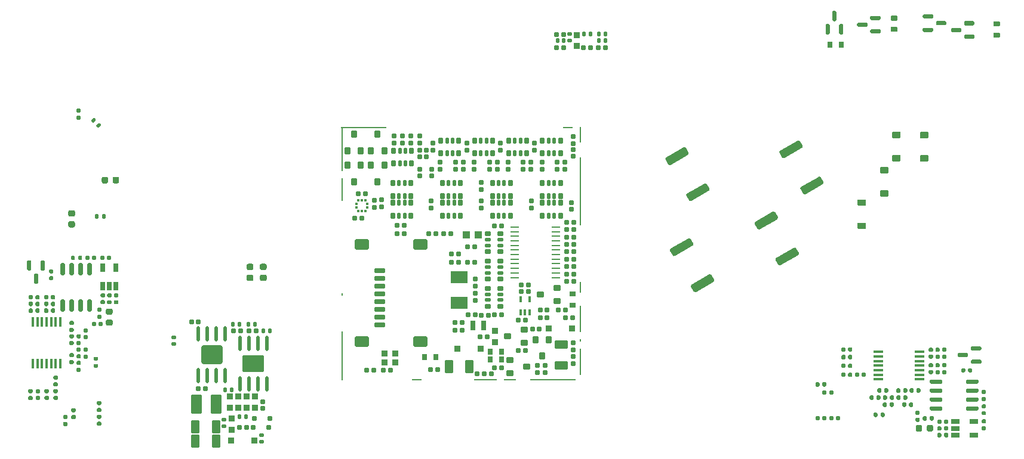
<source format=gbp>
G75*
G70*
%OFA0B0*%
%FSLAX25Y25*%
%IPPOS*%
%LPD*%
%AMOC8*
5,1,8,0,0,1.08239X$1,22.5*
%
%AMM134*
21,1,0.035830,0.026770,-0.000000,-0.000000,180.000000*
21,1,0.029130,0.033470,-0.000000,-0.000000,180.000000*
1,1,0.006690,-0.014570,0.013390*
1,1,0.006690,0.014570,0.013390*
1,1,0.006690,0.014570,-0.013390*
1,1,0.006690,-0.014570,-0.013390*
%
%AMM135*
21,1,0.070870,0.036220,-0.000000,-0.000000,270.000000*
21,1,0.061810,0.045280,-0.000000,-0.000000,270.000000*
1,1,0.009060,-0.018110,-0.030910*
1,1,0.009060,-0.018110,0.030910*
1,1,0.009060,0.018110,0.030910*
1,1,0.009060,0.018110,-0.030910*
%
%AMM136*
21,1,0.033470,0.026770,-0.000000,-0.000000,180.000000*
21,1,0.026770,0.033470,-0.000000,-0.000000,180.000000*
1,1,0.006690,-0.013390,0.013390*
1,1,0.006690,0.013390,0.013390*
1,1,0.006690,0.013390,-0.013390*
1,1,0.006690,-0.013390,-0.013390*
%
%AMM138*
21,1,0.023620,0.018900,-0.000000,-0.000000,270.000000*
21,1,0.018900,0.023620,-0.000000,-0.000000,270.000000*
1,1,0.004720,-0.009450,-0.009450*
1,1,0.004720,-0.009450,0.009450*
1,1,0.004720,0.009450,0.009450*
1,1,0.004720,0.009450,-0.009450*
%
%AMM139*
21,1,0.019680,0.019680,-0.000000,-0.000000,180.000000*
21,1,0.015750,0.023620,-0.000000,-0.000000,180.000000*
1,1,0.003940,-0.007870,0.009840*
1,1,0.003940,0.007870,0.009840*
1,1,0.003940,0.007870,-0.009840*
1,1,0.003940,-0.007870,-0.009840*
%
%AMM140*
21,1,0.019680,0.019680,-0.000000,-0.000000,90.000000*
21,1,0.015750,0.023620,-0.000000,-0.000000,90.000000*
1,1,0.003940,0.009840,0.007870*
1,1,0.003940,0.009840,-0.007870*
1,1,0.003940,-0.009840,-0.007870*
1,1,0.003940,-0.009840,0.007870*
%
%AMM154*
21,1,0.106300,0.050390,-0.000000,-0.000000,270.000000*
21,1,0.093700,0.062990,-0.000000,-0.000000,270.000000*
1,1,0.012600,-0.025200,-0.046850*
1,1,0.012600,-0.025200,0.046850*
1,1,0.012600,0.025200,0.046850*
1,1,0.012600,0.025200,-0.046850*
%
%AMM155*
21,1,0.033470,0.026770,-0.000000,-0.000000,90.000000*
21,1,0.026770,0.033470,-0.000000,-0.000000,90.000000*
1,1,0.006690,0.013390,0.013390*
1,1,0.006690,0.013390,-0.013390*
1,1,0.006690,-0.013390,-0.013390*
1,1,0.006690,-0.013390,0.013390*
%
%AMM156*
21,1,0.023620,0.018900,-0.000000,-0.000000,0.000000*
21,1,0.018900,0.023620,-0.000000,-0.000000,0.000000*
1,1,0.004720,0.009450,-0.009450*
1,1,0.004720,-0.009450,-0.009450*
1,1,0.004720,-0.009450,0.009450*
1,1,0.004720,0.009450,0.009450*
%
%AMM157*
21,1,0.122050,0.075590,-0.000000,-0.000000,0.000000*
21,1,0.103150,0.094490,-0.000000,-0.000000,0.000000*
1,1,0.018900,0.051580,-0.037800*
1,1,0.018900,-0.051580,-0.037800*
1,1,0.018900,-0.051580,0.037800*
1,1,0.018900,0.051580,0.037800*
%
%AMM158*
21,1,0.118110,0.083460,-0.000000,-0.000000,180.000000*
21,1,0.097240,0.104330,-0.000000,-0.000000,180.000000*
1,1,0.020870,-0.048620,0.041730*
1,1,0.020870,0.048620,0.041730*
1,1,0.020870,0.048620,-0.041730*
1,1,0.020870,-0.048620,-0.041730*
%
%AMM219*
21,1,0.025590,0.026380,-0.000000,-0.000000,90.000000*
21,1,0.020470,0.031500,-0.000000,-0.000000,90.000000*
1,1,0.005120,0.013190,0.010240*
1,1,0.005120,0.013190,-0.010240*
1,1,0.005120,-0.013190,-0.010240*
1,1,0.005120,-0.013190,0.010240*
%
%AMM220*
21,1,0.017720,0.027950,-0.000000,-0.000000,90.000000*
21,1,0.014170,0.031500,-0.000000,-0.000000,90.000000*
1,1,0.003540,0.013980,0.007090*
1,1,0.003540,0.013980,-0.007090*
1,1,0.003540,-0.013980,-0.007090*
1,1,0.003540,-0.013980,0.007090*
%
%AMM223*
21,1,0.027560,0.018900,-0.000000,-0.000000,270.000000*
21,1,0.022840,0.023620,-0.000000,-0.000000,270.000000*
1,1,0.004720,-0.009450,-0.011420*
1,1,0.004720,-0.009450,0.011420*
1,1,0.004720,0.009450,0.011420*
1,1,0.004720,0.009450,-0.011420*
%
%AMM225*
21,1,0.027560,0.018900,-0.000000,-0.000000,0.000000*
21,1,0.022840,0.023620,-0.000000,-0.000000,0.000000*
1,1,0.004720,0.011420,-0.009450*
1,1,0.004720,-0.011420,-0.009450*
1,1,0.004720,-0.011420,0.009450*
1,1,0.004720,0.011420,0.009450*
%
%AMM227*
21,1,0.035430,0.030320,-0.000000,-0.000000,90.000000*
21,1,0.028350,0.037400,-0.000000,-0.000000,90.000000*
1,1,0.007090,0.015160,0.014170*
1,1,0.007090,0.015160,-0.014170*
1,1,0.007090,-0.015160,-0.014170*
1,1,0.007090,-0.015160,0.014170*
%
%AMM230*
21,1,0.027560,0.030710,-0.000000,-0.000000,180.000000*
21,1,0.022050,0.036220,-0.000000,-0.000000,180.000000*
1,1,0.005510,-0.011020,0.015350*
1,1,0.005510,0.011020,0.015350*
1,1,0.005510,0.011020,-0.015350*
1,1,0.005510,-0.011020,-0.015350*
%
%AMM251*
21,1,0.033470,0.026770,-0.000000,-0.000000,270.000000*
21,1,0.026770,0.033470,-0.000000,-0.000000,270.000000*
1,1,0.006690,-0.013390,-0.013390*
1,1,0.006690,-0.013390,0.013390*
1,1,0.006690,0.013390,0.013390*
1,1,0.006690,0.013390,-0.013390*
%
%AMM252*
21,1,0.025590,0.026380,-0.000000,-0.000000,180.000000*
21,1,0.020470,0.031500,-0.000000,-0.000000,180.000000*
1,1,0.005120,-0.010240,0.013190*
1,1,0.005120,0.010240,0.013190*
1,1,0.005120,0.010240,-0.013190*
1,1,0.005120,-0.010240,-0.013190*
%
%AMM253*
21,1,0.017720,0.027950,-0.000000,-0.000000,180.000000*
21,1,0.014170,0.031500,-0.000000,-0.000000,180.000000*
1,1,0.003540,-0.007090,0.013980*
1,1,0.003540,0.007090,0.013980*
1,1,0.003540,0.007090,-0.013980*
1,1,0.003540,-0.007090,-0.013980*
%
%AMM254*
21,1,0.078740,0.045670,-0.000000,-0.000000,0.000000*
21,1,0.067320,0.057090,-0.000000,-0.000000,0.000000*
1,1,0.011420,0.033660,-0.022840*
1,1,0.011420,-0.033660,-0.022840*
1,1,0.011420,-0.033660,0.022840*
1,1,0.011420,0.033660,0.022840*
%
%AMM255*
21,1,0.059060,0.020470,-0.000000,-0.000000,0.000000*
21,1,0.053940,0.025590,-0.000000,-0.000000,0.000000*
1,1,0.005120,0.026970,-0.010240*
1,1,0.005120,-0.026970,-0.010240*
1,1,0.005120,-0.026970,0.010240*
1,1,0.005120,0.026970,0.010240*
%
%AMM256*
21,1,0.035430,0.030320,-0.000000,-0.000000,0.000000*
21,1,0.028350,0.037400,-0.000000,-0.000000,0.000000*
1,1,0.007090,0.014170,-0.015160*
1,1,0.007090,-0.014170,-0.015160*
1,1,0.007090,-0.014170,0.015160*
1,1,0.007090,0.014170,0.015160*
%
%AMM257*
21,1,0.012600,0.028980,-0.000000,-0.000000,0.000000*
21,1,0.010080,0.031500,-0.000000,-0.000000,0.000000*
1,1,0.002520,0.005040,-0.014490*
1,1,0.002520,-0.005040,-0.014490*
1,1,0.002520,-0.005040,0.014490*
1,1,0.002520,0.005040,0.014490*
%
%AMM258*
21,1,0.070870,0.036220,-0.000000,-0.000000,180.000000*
21,1,0.061810,0.045280,-0.000000,-0.000000,180.000000*
1,1,0.009060,-0.030910,0.018110*
1,1,0.009060,0.030910,0.018110*
1,1,0.009060,0.030910,-0.018110*
1,1,0.009060,-0.030910,-0.018110*
%
%AMM259*
21,1,0.027560,0.049610,-0.000000,-0.000000,180.000000*
21,1,0.022050,0.055120,-0.000000,-0.000000,180.000000*
1,1,0.005510,-0.011020,0.024800*
1,1,0.005510,0.011020,0.024800*
1,1,0.005510,0.011020,-0.024800*
1,1,0.005510,-0.011020,-0.024800*
%
%AMM260*
21,1,0.027560,0.030710,-0.000000,-0.000000,270.000000*
21,1,0.022050,0.036220,-0.000000,-0.000000,270.000000*
1,1,0.005510,-0.015350,-0.011020*
1,1,0.005510,-0.015350,0.011020*
1,1,0.005510,0.015350,0.011020*
1,1,0.005510,0.015350,-0.011020*
%
%ADD127O,0.01968X0.08661*%
%ADD147R,0.05709X0.01772*%
%ADD148R,0.04803X0.02559*%
%ADD207R,0.01378X0.01476*%
%ADD210O,0.04961X0.00984*%
%ADD212R,0.09449X0.06693*%
%ADD213R,0.01476X0.01378*%
%ADD215R,0.03937X0.04331*%
%ADD288M134*%
%ADD289M135*%
%ADD290M136*%
%ADD292M138*%
%ADD293M139*%
%ADD294M140*%
%ADD308M154*%
%ADD309M155*%
%ADD310M156*%
%ADD311M157*%
%ADD312M158*%
%ADD325R,0.01772X0.05709*%
%ADD326R,0.02559X0.04803*%
%ADD402M219*%
%ADD403M220*%
%ADD406M223*%
%ADD408M225*%
%ADD410M227*%
%ADD413M230*%
%ADD434M251*%
%ADD435M252*%
%ADD436M253*%
%ADD437M254*%
%ADD438M255*%
%ADD439M256*%
%ADD440M257*%
%ADD441M258*%
%ADD442M259*%
%ADD443M260*%
%ADD46R,0.00787X0.14567*%
%ADD47R,0.00787X0.01575*%
%ADD48R,0.00787X0.06299*%
%ADD49R,0.00787X0.38189*%
%ADD50R,0.00787X0.09055*%
%ADD51R,0.05512X0.00787*%
%ADD52R,0.25197X0.00787*%
%ADD53R,0.06693X0.00787*%
%ADD54R,0.12992X0.00787*%
%ADD55R,0.00787X0.27559*%
%ADD56R,0.00787X0.12992*%
%ADD57R,0.00787X0.24803*%
X0000000Y0000000D02*
%LPD*%
G01*
G36*
G01*
X0138023Y0141090D02*
X0139991Y0141090D01*
G75*
G02*
X0140877Y0140204I0000000J-000886D01*
G01*
X0140877Y0138432D01*
G75*
G02*
X0139991Y0137546I-000886J0000000D01*
G01*
X0138023Y0137546D01*
G75*
G02*
X0137137Y0138432I0000000J0000886D01*
G01*
X0137137Y0140204D01*
G75*
G02*
X0138023Y0141090I0000886J0000000D01*
G01*
G37*
G36*
G01*
X0138023Y0134987D02*
X0139991Y0134987D01*
G75*
G02*
X0140877Y0134101I0000000J-000886D01*
G01*
X0140877Y0132330D01*
G75*
G02*
X0139991Y0131444I-000886J0000000D01*
G01*
X0138023Y0131444D01*
G75*
G02*
X0137137Y0132330I0000000J0000886D01*
G01*
X0137137Y0134101D01*
G75*
G02*
X0138023Y0134987I0000886J0000000D01*
G01*
G37*
G36*
G01*
X0048831Y0186819D02*
X0048831Y0188787D01*
G75*
G02*
X0049717Y0189673I0000886J0000000D01*
G01*
X0051489Y0189673D01*
G75*
G02*
X0052374Y0188787I0000000J-000886D01*
G01*
X0052374Y0186819D01*
G75*
G02*
X0051489Y0185933I-000886J0000000D01*
G01*
X0049717Y0185933D01*
G75*
G02*
X0048831Y0186819I0000000J0000886D01*
G01*
G37*
G36*
G01*
X0054933Y0186819D02*
X0054933Y0188787D01*
G75*
G02*
X0055819Y0189673I0000886J0000000D01*
G01*
X0057591Y0189673D01*
G75*
G02*
X0058477Y0188787I0000000J-000886D01*
G01*
X0058477Y0186819D01*
G75*
G02*
X0057591Y0185933I-000886J0000000D01*
G01*
X0055819Y0185933D01*
G75*
G02*
X0054933Y0186819I0000000J0000886D01*
G01*
G37*
G36*
G01*
X0035209Y0227815D02*
X0036666Y0227815D01*
G75*
G02*
X0037197Y0227284I0000000J-000531D01*
G01*
X0037197Y0226221D01*
G75*
G02*
X0036666Y0225689I-000531J0000000D01*
G01*
X0035209Y0225689D01*
G75*
G02*
X0034677Y0226221I0000000J0000531D01*
G01*
X0034677Y0227284D01*
G75*
G02*
X0035209Y0227815I0000531J0000000D01*
G01*
G37*
G36*
G01*
X0035209Y0223799D02*
X0036666Y0223799D01*
G75*
G02*
X0037197Y0223268I0000000J-000531D01*
G01*
X0037197Y0222205D01*
G75*
G02*
X0036666Y0221673I-000531J0000000D01*
G01*
X0035209Y0221673D01*
G75*
G02*
X0034677Y0222205I0000000J0000531D01*
G01*
X0034677Y0223268D01*
G75*
G02*
X0035209Y0223799I0000531J0000000D01*
G01*
G37*
G36*
G01*
X0463048Y0265051D02*
X0463048Y0261980D01*
G75*
G02*
X0462772Y0261705I-000276J0000000D01*
G01*
X0460567Y0261705D01*
G75*
G02*
X0460292Y0261980I0000000J0000276D01*
G01*
X0460292Y0265051D01*
G75*
G02*
X0460567Y0265327I0000276J0000000D01*
G01*
X0462772Y0265327D01*
G75*
G02*
X0463048Y0265051I0000000J-000276D01*
G01*
G37*
G36*
G01*
X0456748Y0265051D02*
X0456748Y0261980D01*
G75*
G02*
X0456473Y0261705I-000276J0000000D01*
G01*
X0454268Y0261705D01*
G75*
G02*
X0453992Y0261980I0000000J0000276D01*
G01*
X0453992Y0265051D01*
G75*
G02*
X0454268Y0265327I0000276J0000000D01*
G01*
X0456473Y0265327D01*
G75*
G02*
X0456748Y0265051I0000000J-000276D01*
G01*
G37*
G36*
G01*
X0509992Y0198197D02*
X0505977Y0198197D01*
G75*
G02*
X0505622Y0198551I0000000J0000354D01*
G01*
X0505622Y0201386D01*
G75*
G02*
X0505977Y0201740I0000354J0000000D01*
G01*
X0509992Y0201740D01*
G75*
G02*
X0510347Y0201386I0000000J-000354D01*
G01*
X0510347Y0198551D01*
G75*
G02*
X0509992Y0198197I-000354J0000000D01*
G01*
G37*
G36*
G01*
X0509992Y0211189D02*
X0505977Y0211189D01*
G75*
G02*
X0505622Y0211543I0000000J0000354D01*
G01*
X0505622Y0214378D01*
G75*
G02*
X0505977Y0214732I0000354J0000000D01*
G01*
X0509992Y0214732D01*
G75*
G02*
X0510347Y0214378I0000000J-000354D01*
G01*
X0510347Y0211543D01*
G75*
G02*
X0509992Y0211189I-000354J0000000D01*
G01*
G37*
G36*
G01*
X0494461Y0198303D02*
X0490445Y0198303D01*
G75*
G02*
X0490091Y0198658I0000000J0000354D01*
G01*
X0490091Y0201492D01*
G75*
G02*
X0490445Y0201847I0000354J0000000D01*
G01*
X0494461Y0201847D01*
G75*
G02*
X0494815Y0201492I0000000J-000354D01*
G01*
X0494815Y0198658D01*
G75*
G02*
X0494461Y0198303I-000354J0000000D01*
G01*
G37*
G36*
G01*
X0494461Y0211295D02*
X0490445Y0211295D01*
G75*
G02*
X0490091Y0211650I0000000J0000354D01*
G01*
X0490091Y0214484D01*
G75*
G02*
X0490445Y0214839I0000354J0000000D01*
G01*
X0494461Y0214839D01*
G75*
G02*
X0494815Y0214484I0000000J-000354D01*
G01*
X0494815Y0211650D01*
G75*
G02*
X0494461Y0211295I-000354J0000000D01*
G01*
G37*
G36*
G01*
X0489638Y0279772D02*
X0492709Y0279772D01*
G75*
G02*
X0492985Y0279496I0000000J-000276D01*
G01*
X0492985Y0277291D01*
G75*
G02*
X0492709Y0277016I-000276J0000000D01*
G01*
X0489638Y0277016D01*
G75*
G02*
X0489363Y0277291I0000000J0000276D01*
G01*
X0489363Y0279496D01*
G75*
G02*
X0489638Y0279772I0000276J0000000D01*
G01*
G37*
G36*
G01*
X0489638Y0273472D02*
X0492709Y0273472D01*
G75*
G02*
X0492985Y0273197I0000000J-000276D01*
G01*
X0492985Y0270992D01*
G75*
G02*
X0492709Y0270717I-000276J0000000D01*
G01*
X0489638Y0270717D01*
G75*
G02*
X0489363Y0270992I0000000J0000276D01*
G01*
X0489363Y0273197D01*
G75*
G02*
X0489638Y0273472I0000276J0000000D01*
G01*
G37*
G36*
G01*
X0042951Y0221483D02*
X0043981Y0222513D01*
G75*
G02*
X0044732Y0222513I0000376J-000376D01*
G01*
X0045484Y0221762D01*
G75*
G02*
X0045484Y0221010I-000376J-000376D01*
G01*
X0044454Y0219980D01*
G75*
G02*
X0043702Y0219980I-000376J0000376D01*
G01*
X0042951Y0220732D01*
G75*
G02*
X0042951Y0221483I0000376J0000376D01*
G01*
G37*
G36*
G01*
X0045790Y0218644D02*
X0046820Y0219674D01*
G75*
G02*
X0047572Y0219674I0000376J-000376D01*
G01*
X0048324Y0218922D01*
G75*
G02*
X0048324Y0218170I-000376J-000376D01*
G01*
X0047294Y0217140D01*
G75*
G02*
X0046542Y0217140I-000376J0000376D01*
G01*
X0045790Y0217892D01*
G75*
G02*
X0045790Y0218644I0000376J0000376D01*
G01*
G37*
G36*
G01*
X0475142Y0160457D02*
X0471126Y0160457D01*
G75*
G02*
X0470772Y0160811I0000000J0000354D01*
G01*
X0470772Y0163646D01*
G75*
G02*
X0471126Y0164000I0000354J0000000D01*
G01*
X0475142Y0164000D01*
G75*
G02*
X0475496Y0163646I0000000J-000354D01*
G01*
X0475496Y0160811D01*
G75*
G02*
X0475142Y0160457I-000354J0000000D01*
G01*
G37*
G36*
G01*
X0475142Y0173449D02*
X0471126Y0173449D01*
G75*
G02*
X0470772Y0173803I0000000J0000354D01*
G01*
X0470772Y0176638D01*
G75*
G02*
X0471126Y0176992I0000354J0000000D01*
G01*
X0475142Y0176992D01*
G75*
G02*
X0475496Y0176638I0000000J-000354D01*
G01*
X0475496Y0173803D01*
G75*
G02*
X0475142Y0173449I-000354J0000000D01*
G01*
G37*
G36*
G01*
X0451377Y0185506D02*
X0441659Y0179896D01*
G75*
G02*
X0440315Y0180256I-000492J0000852D01*
G01*
X0438888Y0182728D01*
G75*
G02*
X0439248Y0184072I0000852J0000492D01*
G01*
X0448965Y0189682D01*
G75*
G02*
X0450310Y0189322I0000492J-000852D01*
G01*
X0451737Y0186850D01*
G75*
G02*
X0451377Y0185506I-000852J-000492D01*
G01*
G37*
G36*
G01*
X0439713Y0205707D02*
X0429996Y0200097D01*
G75*
G02*
X0428652Y0200457I-000492J0000852D01*
G01*
X0427224Y0202929D01*
G75*
G02*
X0427585Y0204274I0000852J0000492D01*
G01*
X0437302Y0209884D01*
G75*
G02*
X0438646Y0209524I0000492J-000852D01*
G01*
X0440074Y0207052D01*
G75*
G02*
X0439713Y0205707I-000852J-000492D01*
G01*
G37*
G36*
G01*
X0130622Y0141051D02*
X0132591Y0141051D01*
G75*
G02*
X0133477Y0140165I0000000J-000886D01*
G01*
X0133477Y0138394D01*
G75*
G02*
X0132591Y0137508I-000886J0000000D01*
G01*
X0130622Y0137508D01*
G75*
G02*
X0129737Y0138394I0000000J0000886D01*
G01*
X0129737Y0140165D01*
G75*
G02*
X0130622Y0141051I0000886J0000000D01*
G01*
G37*
G36*
G01*
X0130622Y0134949D02*
X0132591Y0134949D01*
G75*
G02*
X0133477Y0134063I0000000J-000886D01*
G01*
X0133477Y0132291D01*
G75*
G02*
X0132591Y0131406I-000886J0000000D01*
G01*
X0130622Y0131406D01*
G75*
G02*
X0129737Y0132291I0000000J0000886D01*
G01*
X0129737Y0134063D01*
G75*
G02*
X0130622Y0134949I0000886J0000000D01*
G01*
G37*
G36*
G01*
X0487752Y0178595D02*
X0483737Y0178595D01*
G75*
G02*
X0483382Y0178949I0000000J0000354D01*
G01*
X0483382Y0181784D01*
G75*
G02*
X0483737Y0182138I0000354J0000000D01*
G01*
X0487752Y0182138D01*
G75*
G02*
X0488107Y0181784I0000000J-000354D01*
G01*
X0488107Y0178949D01*
G75*
G02*
X0487752Y0178595I-000354J0000000D01*
G01*
G37*
G36*
G01*
X0487752Y0191587D02*
X0483737Y0191587D01*
G75*
G02*
X0483382Y0191941I0000000J0000354D01*
G01*
X0483382Y0194776D01*
G75*
G02*
X0483737Y0195130I0000354J0000000D01*
G01*
X0487752Y0195130D01*
G75*
G02*
X0488107Y0194776I0000000J-000354D01*
G01*
X0488107Y0191941D01*
G75*
G02*
X0487752Y0191587I-000354J0000000D01*
G01*
G37*
G36*
G01*
X0462174Y0269272D02*
X0460992Y0269272D01*
G75*
G02*
X0460402Y0269862I0000000J0000591D01*
G01*
X0460402Y0274488D01*
G75*
G02*
X0460992Y0275079I0000591J0000000D01*
G01*
X0462174Y0275079D01*
G75*
G02*
X0462764Y0274488I0000000J-000591D01*
G01*
X0462764Y0269862D01*
G75*
G02*
X0462174Y0269272I-000591J0000000D01*
G01*
G37*
G36*
G01*
X0458433Y0276654D02*
X0457252Y0276654D01*
G75*
G02*
X0456662Y0277244I0000000J0000591D01*
G01*
X0456662Y0281870D01*
G75*
G02*
X0457252Y0282461I0000591J0000000D01*
G01*
X0458433Y0282461D01*
G75*
G02*
X0459024Y0281870I0000000J-000591D01*
G01*
X0459024Y0277244D01*
G75*
G02*
X0458433Y0276654I-000591J0000000D01*
G01*
G37*
G36*
G01*
X0454693Y0269272D02*
X0453512Y0269272D01*
G75*
G02*
X0452922Y0269862I0000000J0000591D01*
G01*
X0452922Y0274488D01*
G75*
G02*
X0453512Y0275079I0000591J0000000D01*
G01*
X0454693Y0275079D01*
G75*
G02*
X0455284Y0274488I0000000J-000591D01*
G01*
X0455284Y0269862D01*
G75*
G02*
X0454693Y0269272I-000591J0000000D01*
G01*
G37*
G36*
G01*
X0546874Y0276583D02*
X0549945Y0276583D01*
G75*
G02*
X0550221Y0276307I0000000J-000276D01*
G01*
X0550221Y0274102D01*
G75*
G02*
X0549945Y0273827I-000276J0000000D01*
G01*
X0546874Y0273827D01*
G75*
G02*
X0546599Y0274102I0000000J0000276D01*
G01*
X0546599Y0276307D01*
G75*
G02*
X0546874Y0276583I0000276J0000000D01*
G01*
G37*
G36*
G01*
X0546874Y0270284D02*
X0549945Y0270284D01*
G75*
G02*
X0550221Y0270008I0000000J-000276D01*
G01*
X0550221Y0267803D01*
G75*
G02*
X0549945Y0267528I-000276J0000000D01*
G01*
X0546874Y0267528D01*
G75*
G02*
X0546599Y0267803I0000000J0000276D01*
G01*
X0546599Y0270008D01*
G75*
G02*
X0546874Y0270284I0000276J0000000D01*
G01*
G37*
G36*
G01*
X0387743Y0181754D02*
X0378026Y0176144D01*
G75*
G02*
X0376681Y0176504I-000492J0000852D01*
G01*
X0375254Y0178976D01*
G75*
G02*
X0375614Y0180320I0000852J0000492D01*
G01*
X0385331Y0185931D01*
G75*
G02*
X0386676Y0185570I0000492J-000852D01*
G01*
X0388103Y0183098D01*
G75*
G02*
X0387743Y0181754I-000852J-000492D01*
G01*
G37*
G36*
G01*
X0376079Y0201955D02*
X0366362Y0196345D01*
G75*
G02*
X0365018Y0196705I-000492J0000852D01*
G01*
X0363591Y0199177D01*
G75*
G02*
X0363951Y0200522I0000852J0000492D01*
G01*
X0373668Y0206132D01*
G75*
G02*
X0375012Y0205772I0000492J-000852D01*
G01*
X0376440Y0203300D01*
G75*
G02*
X0376079Y0201955I-000852J-000492D01*
G01*
G37*
G36*
G01*
X0390314Y0130856D02*
X0380596Y0125246D01*
G75*
G02*
X0379252Y0125606I-000492J0000852D01*
G01*
X0377825Y0128078D01*
G75*
G02*
X0378185Y0129423I0000852J0000492D01*
G01*
X0387902Y0135033D01*
G75*
G02*
X0389247Y0134673I0000492J-000852D01*
G01*
X0390674Y0132201D01*
G75*
G02*
X0390314Y0130856I-000852J-000492D01*
G01*
G37*
G36*
G01*
X0378650Y0151058D02*
X0368933Y0145448D01*
G75*
G02*
X0367589Y0145808I-000492J0000852D01*
G01*
X0366161Y0148280D01*
G75*
G02*
X0366522Y0149624I0000852J0000492D01*
G01*
X0376239Y0155234D01*
G75*
G02*
X0377583Y0154874I0000492J-000852D01*
G01*
X0379011Y0152402D01*
G75*
G02*
X0378650Y0151058I-000852J-000492D01*
G01*
G37*
G36*
G01*
X0483674Y0279039D02*
X0483674Y0277858D01*
G75*
G02*
X0483083Y0277268I-000591J0000000D01*
G01*
X0478457Y0277268D01*
G75*
G02*
X0477866Y0277858I0000000J0000591D01*
G01*
X0477866Y0279039D01*
G75*
G02*
X0478457Y0279630I0000591J0000000D01*
G01*
X0483083Y0279630D01*
G75*
G02*
X0483674Y0279039I0000000J-000591D01*
G01*
G37*
G36*
G01*
X0476292Y0275299D02*
X0476292Y0274118D01*
G75*
G02*
X0475701Y0273528I-000591J0000000D01*
G01*
X0471075Y0273528D01*
G75*
G02*
X0470485Y0274118I0000000J0000591D01*
G01*
X0470485Y0275299D01*
G75*
G02*
X0471075Y0275890I0000591J0000000D01*
G01*
X0475701Y0275890D01*
G75*
G02*
X0476292Y0275299I0000000J-000591D01*
G01*
G37*
G36*
G01*
X0483674Y0271559D02*
X0483674Y0270378D01*
G75*
G02*
X0483083Y0269787I-000591J0000000D01*
G01*
X0478457Y0269787D01*
G75*
G02*
X0477866Y0270378I0000000J0000591D01*
G01*
X0477866Y0271559D01*
G75*
G02*
X0478457Y0272150I0000591J0000000D01*
G01*
X0483083Y0272150D01*
G75*
G02*
X0483674Y0271559I0000000J-000591D01*
G01*
G37*
G36*
G01*
X0031016Y0170972D02*
X0032985Y0170972D01*
G75*
G02*
X0033870Y0170087I0000000J-000886D01*
G01*
X0033870Y0168315D01*
G75*
G02*
X0032985Y0167429I-000886J0000000D01*
G01*
X0031016Y0167429D01*
G75*
G02*
X0030130Y0168315I0000000J0000886D01*
G01*
X0030130Y0170087D01*
G75*
G02*
X0031016Y0170972I0000886J0000000D01*
G01*
G37*
G36*
G01*
X0031016Y0164870D02*
X0032985Y0164870D01*
G75*
G02*
X0033870Y0163984I0000000J-000886D01*
G01*
X0033870Y0162213D01*
G75*
G02*
X0032985Y0161327I-000886J0000000D01*
G01*
X0031016Y0161327D01*
G75*
G02*
X0030130Y0162213I0000000J0000886D01*
G01*
X0030130Y0163984D01*
G75*
G02*
X0031016Y0164870I0000886J0000000D01*
G01*
G37*
G36*
G01*
X0507177Y0271256D02*
X0507177Y0272437D01*
G75*
G02*
X0507768Y0273028I0000591J0000000D01*
G01*
X0512394Y0273028D01*
G75*
G02*
X0512985Y0272437I0000000J-000591D01*
G01*
X0512985Y0271256D01*
G75*
G02*
X0512394Y0270665I-000591J0000000D01*
G01*
X0507768Y0270665D01*
G75*
G02*
X0507177Y0271256I0000000J0000591D01*
G01*
G37*
G36*
G01*
X0514559Y0274996D02*
X0514559Y0276177D01*
G75*
G02*
X0515150Y0276768I0000591J0000000D01*
G01*
X0519776Y0276768D01*
G75*
G02*
X0520366Y0276177I0000000J-000591D01*
G01*
X0520366Y0274996D01*
G75*
G02*
X0519776Y0274406I-000591J0000000D01*
G01*
X0515150Y0274406D01*
G75*
G02*
X0514559Y0274996I0000000J0000591D01*
G01*
G37*
G36*
G01*
X0507177Y0278736D02*
X0507177Y0279917D01*
G75*
G02*
X0507768Y0280508I0000591J0000000D01*
G01*
X0512394Y0280508D01*
G75*
G02*
X0512985Y0279917I0000000J-000591D01*
G01*
X0512985Y0278736D01*
G75*
G02*
X0512394Y0278146I-000591J0000000D01*
G01*
X0507768Y0278146D01*
G75*
G02*
X0507177Y0278736I0000000J0000591D01*
G01*
G37*
G36*
G01*
X0437562Y0145770D02*
X0427844Y0140159D01*
G75*
G02*
X0426500Y0140520I-000492J0000852D01*
G01*
X0425073Y0142992D01*
G75*
G02*
X0425433Y0144336I0000852J0000492D01*
G01*
X0435150Y0149946D01*
G75*
G02*
X0436495Y0149586I0000492J-000852D01*
G01*
X0437922Y0147114D01*
G75*
G02*
X0437562Y0145770I-000852J-000492D01*
G01*
G37*
G36*
G01*
X0425898Y0165971D02*
X0416181Y0160361D01*
G75*
G02*
X0414837Y0160721I-000492J0000852D01*
G01*
X0413409Y0163193D01*
G75*
G02*
X0413770Y0164538I0000852J0000492D01*
G01*
X0423487Y0170148D01*
G75*
G02*
X0424831Y0169788I0000492J-000852D01*
G01*
X0426259Y0167316D01*
G75*
G02*
X0425898Y0165971I-000852J-000492D01*
G01*
G37*
G36*
G01*
X0536083Y0276114D02*
X0536083Y0274933D01*
G75*
G02*
X0535492Y0274343I-000591J0000000D01*
G01*
X0530866Y0274343D01*
G75*
G02*
X0530276Y0274933I0000000J0000591D01*
G01*
X0530276Y0276114D01*
G75*
G02*
X0530866Y0276705I0000591J0000000D01*
G01*
X0535492Y0276705D01*
G75*
G02*
X0536083Y0276114I0000000J-000591D01*
G01*
G37*
G36*
G01*
X0528701Y0272374D02*
X0528701Y0271193D01*
G75*
G02*
X0528111Y0270602I-000591J0000000D01*
G01*
X0523485Y0270602D01*
G75*
G02*
X0522894Y0271193I0000000J0000591D01*
G01*
X0522894Y0272374D01*
G75*
G02*
X0523485Y0272965I0000591J0000000D01*
G01*
X0528111Y0272965D01*
G75*
G02*
X0528701Y0272374I0000000J-000591D01*
G01*
G37*
G36*
G01*
X0536083Y0268634D02*
X0536083Y0267453D01*
G75*
G02*
X0535492Y0266862I-000591J0000000D01*
G01*
X0530866Y0266862D01*
G75*
G02*
X0530276Y0267453I0000000J0000591D01*
G01*
X0530276Y0268634D01*
G75*
G02*
X0530866Y0269224I0000591J0000000D01*
G01*
X0535492Y0269224D01*
G75*
G02*
X0536083Y0268634I0000000J-000591D01*
G01*
G37*
G36*
G01*
X0044969Y0166878D02*
X0044969Y0168335D01*
G75*
G02*
X0045500Y0168866I0000531J0000000D01*
G01*
X0046563Y0168866D01*
G75*
G02*
X0047095Y0168335I0000000J-000531D01*
G01*
X0047095Y0166878D01*
G75*
G02*
X0046563Y0166347I-000531J0000000D01*
G01*
X0045500Y0166347D01*
G75*
G02*
X0044969Y0166878I0000000J0000531D01*
G01*
G37*
G36*
G01*
X0048985Y0166878D02*
X0048985Y0168335D01*
G75*
G02*
X0049516Y0168866I0000531J0000000D01*
G01*
X0050579Y0168866D01*
G75*
G02*
X0051111Y0168335I0000000J-000531D01*
G01*
X0051111Y0166878D01*
G75*
G02*
X0050579Y0166347I-000531J0000000D01*
G01*
X0049516Y0166347D01*
G75*
G02*
X0048985Y0166878I0000000J0000531D01*
G01*
G37*
X0150941Y0118728D02*
G01*
G75*
D288*
X0121026Y0042350D02*
D03*
X0134018Y0042350D02*
D03*
D289*
X0101166Y0041956D02*
D03*
X0112583Y0041956D02*
D03*
X0101166Y0049988D02*
D03*
X0112583Y0049988D02*
D03*
D292*
X0138539Y0064004D02*
D03*
X0138539Y0060067D02*
D03*
X0141886Y0049437D02*
D03*
X0133224Y0049437D02*
D03*
X0142673Y0054685D02*
D03*
X0134012Y0054685D02*
D03*
D293*
X0130786Y0107311D02*
D03*
X0134330Y0107311D02*
D03*
X0121395Y0070578D02*
D03*
X0117851Y0070578D02*
D03*
X0129392Y0055473D02*
D03*
X0125849Y0055473D02*
D03*
X0122168Y0107311D02*
D03*
X0125711Y0107311D02*
D03*
X0142673Y0103374D02*
D03*
X0139130Y0103374D02*
D03*
D294*
X0117188Y0053898D02*
D03*
X0117188Y0050354D02*
D03*
X0137955Y0041496D02*
D03*
X0137955Y0045040D02*
D03*
X0089191Y0099813D02*
D03*
X0089191Y0096269D02*
D03*
D308*
X0101728Y0062429D02*
D03*
X0112752Y0062429D02*
D03*
D309*
X0134406Y0066752D02*
D03*
X0134406Y0060532D02*
D03*
X0120312Y0066752D02*
D03*
X0120312Y0060532D02*
D03*
X0125003Y0066752D02*
D03*
X0125003Y0060532D02*
D03*
X0129695Y0066752D02*
D03*
X0129695Y0060532D02*
D03*
X0121493Y0054508D02*
D03*
X0121493Y0048287D02*
D03*
D310*
X0130983Y0103374D02*
D03*
X0134920Y0103374D02*
D03*
X0126302Y0103374D02*
D03*
X0122365Y0103374D02*
D03*
X0129589Y0049437D02*
D03*
X0125652Y0049437D02*
D03*
X0106656Y0071051D02*
D03*
X0102719Y0071051D02*
D03*
X0098880Y0108492D02*
D03*
X0102818Y0108492D02*
D03*
D127*
X0125869Y0096614D02*
D03*
X0130869Y0096614D02*
D03*
X0135869Y0096614D02*
D03*
X0140869Y0096614D02*
D03*
X0125869Y0073977D02*
D03*
X0130869Y0073977D02*
D03*
X0135869Y0073977D02*
D03*
X0140869Y0073977D02*
D03*
X0102802Y0101897D02*
D03*
X0107802Y0101897D02*
D03*
X0112802Y0101897D02*
D03*
X0117802Y0101897D02*
D03*
X0102802Y0078472D02*
D03*
X0107802Y0078472D02*
D03*
X0112802Y0078472D02*
D03*
X0117802Y0078472D02*
D03*
D311*
X0133369Y0085296D02*
D03*
D312*
X0110302Y0090185D02*
D03*
X0334572Y0272165D02*
G01*
G75*
D310*
X0306619Y0261929D02*
D03*
X0302682Y0261929D02*
D03*
X0317742Y0261929D02*
D03*
X0321679Y0261929D02*
D03*
X0326108Y0261929D02*
D03*
X0330045Y0261929D02*
D03*
X0306619Y0269212D02*
D03*
X0302682Y0269212D02*
D03*
D294*
X0310004Y0269409D02*
D03*
X0310004Y0265866D02*
D03*
D309*
X0313889Y0262696D02*
D03*
X0313889Y0268917D02*
D03*
D293*
X0326501Y0265866D02*
D03*
X0330044Y0265866D02*
D03*
X0318135Y0269409D02*
D03*
X0321678Y0269409D02*
D03*
X0303273Y0265808D02*
D03*
X0306816Y0265808D02*
D03*
X0330044Y0269409D02*
D03*
X0326501Y0269409D02*
D03*
X0547559Y0096898D02*
%LPD*%
G01*
G36*
G01*
X0467854Y0089539D02*
X0467854Y0088181D01*
G75*
G02*
X0467274Y0087600I-000581J0000000D01*
G01*
X0466112Y0087600D01*
G75*
G02*
X0465531Y0088181I0000000J0000581D01*
G01*
X0465531Y0089539D01*
G75*
G02*
X0466112Y0090120I0000581J0000000D01*
G01*
X0467274Y0090120D01*
G75*
G02*
X0467854Y0089539I0000000J-000581D01*
G01*
G37*
G36*
G01*
X0464035Y0089539D02*
X0464035Y0088181D01*
G75*
G02*
X0463455Y0087600I-000581J0000000D01*
G01*
X0462293Y0087600D01*
G75*
G02*
X0461713Y0088181I0000000J0000581D01*
G01*
X0461713Y0089539D01*
G75*
G02*
X0462293Y0090120I0000581J0000000D01*
G01*
X0463455Y0090120D01*
G75*
G02*
X0464035Y0089539I0000000J-000581D01*
G01*
G37*
G36*
G01*
X0453386Y0074250D02*
X0453386Y0072892D01*
G75*
G02*
X0452805Y0072311I-000581J0000000D01*
G01*
X0451644Y0072311D01*
G75*
G02*
X0451063Y0072892I0000000J0000581D01*
G01*
X0451063Y0074250D01*
G75*
G02*
X0451644Y0074831I0000581J0000000D01*
G01*
X0452805Y0074831D01*
G75*
G02*
X0453386Y0074250I0000000J-000581D01*
G01*
G37*
G36*
G01*
X0449567Y0074250D02*
X0449567Y0072892D01*
G75*
G02*
X0448986Y0072311I-000581J0000000D01*
G01*
X0447825Y0072311D01*
G75*
G02*
X0447244Y0072892I0000000J0000581D01*
G01*
X0447244Y0074250D01*
G75*
G02*
X0447825Y0074831I0000581J0000000D01*
G01*
X0448986Y0074831D01*
G75*
G02*
X0449567Y0074250I0000000J-000581D01*
G01*
G37*
G36*
G01*
X0503268Y0048054D02*
X0503268Y0050072D01*
G75*
G02*
X0504129Y0050933I0000861J0000000D01*
G01*
X0505851Y0050933D01*
G75*
G02*
X0506713Y0050072I0000000J-000861D01*
G01*
X0506713Y0048054D01*
G75*
G02*
X0505851Y0047193I-000861J0000000D01*
G01*
X0504129Y0047193D01*
G75*
G02*
X0503268Y0048054I0000000J0000861D01*
G01*
G37*
G36*
G01*
X0509468Y0048054D02*
X0509468Y0050072D01*
G75*
G02*
X0510330Y0050933I0000861J0000000D01*
G01*
X0512052Y0050933D01*
G75*
G02*
X0512913Y0050072I0000000J-000861D01*
G01*
X0512913Y0048054D01*
G75*
G02*
X0512052Y0047193I-000861J0000000D01*
G01*
X0510330Y0047193D01*
G75*
G02*
X0509468Y0048054I0000000J0000861D01*
G01*
G37*
G36*
G01*
X0461713Y0092380D02*
X0461713Y0093739D01*
G75*
G02*
X0462293Y0094319I0000581J0000000D01*
G01*
X0463455Y0094319D01*
G75*
G02*
X0464035Y0093739I0000000J-000581D01*
G01*
X0464035Y0092380D01*
G75*
G02*
X0463455Y0091800I-000581J0000000D01*
G01*
X0462293Y0091800D01*
G75*
G02*
X0461713Y0092380I0000000J0000581D01*
G01*
G37*
G36*
G01*
X0465531Y0092380D02*
X0465531Y0093739D01*
G75*
G02*
X0466112Y0094319I0000581J0000000D01*
G01*
X0467274Y0094319D01*
G75*
G02*
X0467854Y0093739I0000000J-000581D01*
G01*
X0467854Y0092380D01*
G75*
G02*
X0467274Y0091800I-000581J0000000D01*
G01*
X0466112Y0091800D01*
G75*
G02*
X0465531Y0092380I0000000J0000581D01*
G01*
G37*
G36*
G01*
X0521414Y0053384D02*
X0521414Y0052026D01*
G75*
G02*
X0520834Y0051445I-000581J0000000D01*
G01*
X0519672Y0051445D01*
G75*
G02*
X0519092Y0052026I0000000J0000581D01*
G01*
X0519092Y0053384D01*
G75*
G02*
X0519672Y0053965I0000581J0000000D01*
G01*
X0520834Y0053965D01*
G75*
G02*
X0521414Y0053384I0000000J-000581D01*
G01*
G37*
G36*
G01*
X0517596Y0053384D02*
X0517596Y0052026D01*
G75*
G02*
X0517015Y0051445I-000581J0000000D01*
G01*
X0515853Y0051445D01*
G75*
G02*
X0515273Y0052026I0000000J0000581D01*
G01*
X0515273Y0053384D01*
G75*
G02*
X0515853Y0053965I0000581J0000000D01*
G01*
X0517015Y0053965D01*
G75*
G02*
X0517596Y0053384I0000000J-000581D01*
G01*
G37*
G36*
G01*
X0513327Y0055254D02*
X0513327Y0053896D01*
G75*
G02*
X0512746Y0053315I-000581J0000000D01*
G01*
X0511585Y0053315D01*
G75*
G02*
X0511004Y0053896I0000000J0000581D01*
G01*
X0511004Y0055254D01*
G75*
G02*
X0511585Y0055835I0000581J0000000D01*
G01*
X0512746Y0055835D01*
G75*
G02*
X0513327Y0055254I0000000J-000581D01*
G01*
G37*
G36*
G01*
X0509508Y0055254D02*
X0509508Y0053896D01*
G75*
G02*
X0508927Y0053315I-000581J0000000D01*
G01*
X0507766Y0053315D01*
G75*
G02*
X0507185Y0053896I0000000J0000581D01*
G01*
X0507185Y0055254D01*
G75*
G02*
X0507766Y0055835I0000581J0000000D01*
G01*
X0508927Y0055835D01*
G75*
G02*
X0509508Y0055254I0000000J-000581D01*
G01*
G37*
G36*
G01*
X0541939Y0047922D02*
X0540581Y0047922D01*
G75*
G02*
X0540000Y0048502I0000000J0000581D01*
G01*
X0540000Y0049664D01*
G75*
G02*
X0540581Y0050244I0000581J0000000D01*
G01*
X0541939Y0050244D01*
G75*
G02*
X0542520Y0049664I0000000J-000581D01*
G01*
X0542520Y0048502D01*
G75*
G02*
X0541939Y0047922I-000581J0000000D01*
G01*
G37*
G36*
G01*
X0541939Y0051741D02*
X0540581Y0051741D01*
G75*
G02*
X0540000Y0052321I0000000J0000581D01*
G01*
X0540000Y0053483D01*
G75*
G02*
X0540581Y0054063I0000581J0000000D01*
G01*
X0541939Y0054063D01*
G75*
G02*
X0542520Y0053483I0000000J-000581D01*
G01*
X0542520Y0052321D01*
G75*
G02*
X0541939Y0051741I-000581J0000000D01*
G01*
G37*
G36*
G01*
X0492421Y0065510D02*
X0492421Y0066868D01*
G75*
G02*
X0493002Y0067449I0000581J0000000D01*
G01*
X0494163Y0067449D01*
G75*
G02*
X0494744Y0066868I0000000J-000581D01*
G01*
X0494744Y0065510D01*
G75*
G02*
X0494163Y0064929I-000581J0000000D01*
G01*
X0493002Y0064929D01*
G75*
G02*
X0492421Y0065510I0000000J0000581D01*
G01*
G37*
G36*
G01*
X0496240Y0065510D02*
X0496240Y0066868D01*
G75*
G02*
X0496821Y0067449I0000581J0000000D01*
G01*
X0497982Y0067449D01*
G75*
G02*
X0498563Y0066868I0000000J-000581D01*
G01*
X0498563Y0065510D01*
G75*
G02*
X0497982Y0064929I-000581J0000000D01*
G01*
X0496821Y0064929D01*
G75*
G02*
X0496240Y0065510I0000000J0000581D01*
G01*
G37*
G36*
G01*
X0498563Y0070805D02*
X0498563Y0069447D01*
G75*
G02*
X0497982Y0068867I-000581J0000000D01*
G01*
X0496821Y0068867D01*
G75*
G02*
X0496240Y0069447I0000000J0000581D01*
G01*
X0496240Y0070805D01*
G75*
G02*
X0496821Y0071386I0000581J0000000D01*
G01*
X0497982Y0071386D01*
G75*
G02*
X0498563Y0070805I0000000J-000581D01*
G01*
G37*
G36*
G01*
X0494744Y0070805D02*
X0494744Y0069447D01*
G75*
G02*
X0494163Y0068867I-000581J0000000D01*
G01*
X0493002Y0068867D01*
G75*
G02*
X0492421Y0069447I0000000J0000581D01*
G01*
X0492421Y0070805D01*
G75*
G02*
X0493002Y0071386I0000581J0000000D01*
G01*
X0494163Y0071386D01*
G75*
G02*
X0494744Y0070805I0000000J-000581D01*
G01*
G37*
G36*
G01*
X0451083Y0068365D02*
X0451083Y0069723D01*
G75*
G02*
X0451663Y0070304I0000581J0000000D01*
G01*
X0452825Y0070304D01*
G75*
G02*
X0453405Y0069723I0000000J-000581D01*
G01*
X0453405Y0068365D01*
G75*
G02*
X0452825Y0067784I-000581J0000000D01*
G01*
X0451663Y0067784D01*
G75*
G02*
X0451083Y0068365I0000000J0000581D01*
G01*
G37*
G36*
G01*
X0454902Y0068365D02*
X0454902Y0069723D01*
G75*
G02*
X0455482Y0070304I0000581J0000000D01*
G01*
X0456644Y0070304D01*
G75*
G02*
X0457224Y0069723I0000000J-000581D01*
G01*
X0457224Y0068365D01*
G75*
G02*
X0456644Y0067784I-000581J0000000D01*
G01*
X0455482Y0067784D01*
G75*
G02*
X0454902Y0068365I0000000J0000581D01*
G01*
G37*
D147*
X0505433Y0091780D03*
X0505433Y0089221D03*
X0505433Y0086662D03*
X0505433Y0084103D03*
X0505433Y0081544D03*
X0505433Y0078985D03*
X0505433Y0076426D03*
X0482205Y0076426D03*
X0482205Y0078985D03*
X0482205Y0081544D03*
X0482205Y0084103D03*
X0482205Y0086662D03*
X0482205Y0089221D03*
X0482205Y0091780D03*
G36*
G01*
X0515256Y0048286D02*
X0515256Y0049644D01*
G75*
G02*
X0515837Y0050225I0000581J0000000D01*
G01*
X0516998Y0050225D01*
G75*
G02*
X0517579Y0049644I0000000J-000581D01*
G01*
X0517579Y0048286D01*
G75*
G02*
X0516998Y0047705I-000581J0000000D01*
G01*
X0515837Y0047705D01*
G75*
G02*
X0515256Y0048286I0000000J0000581D01*
G01*
G37*
G36*
G01*
X0519075Y0048286D02*
X0519075Y0049644D01*
G75*
G02*
X0519655Y0050225I0000581J0000000D01*
G01*
X0520817Y0050225D01*
G75*
G02*
X0521398Y0049644I0000000J-000581D01*
G01*
X0521398Y0048286D01*
G75*
G02*
X0520817Y0047705I-000581J0000000D01*
G01*
X0519655Y0047705D01*
G75*
G02*
X0519075Y0048286I0000000J0000581D01*
G01*
G37*
G36*
G01*
X0521398Y0045904D02*
X0521398Y0044546D01*
G75*
G02*
X0520817Y0043965I-000581J0000000D01*
G01*
X0519655Y0043965D01*
G75*
G02*
X0519075Y0044546I0000000J0000581D01*
G01*
X0519075Y0045904D01*
G75*
G02*
X0519655Y0046485I0000581J0000000D01*
G01*
X0520817Y0046485D01*
G75*
G02*
X0521398Y0045904I0000000J-000581D01*
G01*
G37*
G36*
G01*
X0517579Y0045904D02*
X0517579Y0044546D01*
G75*
G02*
X0516998Y0043965I-000581J0000000D01*
G01*
X0515837Y0043965D01*
G75*
G02*
X0515256Y0044546I0000000J0000581D01*
G01*
X0515256Y0045904D01*
G75*
G02*
X0515837Y0046485I0000581J0000000D01*
G01*
X0516998Y0046485D01*
G75*
G02*
X0517579Y0045904I0000000J-000581D01*
G01*
G37*
G36*
G01*
X0461161Y0055353D02*
X0461161Y0053994D01*
G75*
G02*
X0460581Y0053414I-000581J0000000D01*
G01*
X0459419Y0053414D01*
G75*
G02*
X0458839Y0053994I0000000J0000581D01*
G01*
X0458839Y0055353D01*
G75*
G02*
X0459419Y0055933I0000581J0000000D01*
G01*
X0460581Y0055933D01*
G75*
G02*
X0461161Y0055353I0000000J-000581D01*
G01*
G37*
G36*
G01*
X0457342Y0055353D02*
X0457342Y0053994D01*
G75*
G02*
X0456762Y0053414I-000581J0000000D01*
G01*
X0455600Y0053414D01*
G75*
G02*
X0455020Y0053994I0000000J0000581D01*
G01*
X0455020Y0055353D01*
G75*
G02*
X0455600Y0055933I0000581J0000000D01*
G01*
X0456762Y0055933D01*
G75*
G02*
X0457342Y0055353I0000000J-000581D01*
G01*
G37*
G36*
G01*
X0467854Y0084651D02*
X0467854Y0083292D01*
G75*
G02*
X0467274Y0082712I-000581J0000000D01*
G01*
X0466112Y0082712D01*
G75*
G02*
X0465531Y0083292I0000000J0000581D01*
G01*
X0465531Y0084651D01*
G75*
G02*
X0466112Y0085231I0000581J0000000D01*
G01*
X0467274Y0085231D01*
G75*
G02*
X0467854Y0084651I0000000J-000581D01*
G01*
G37*
G36*
G01*
X0464035Y0084651D02*
X0464035Y0083292D01*
G75*
G02*
X0463455Y0082712I-000581J0000000D01*
G01*
X0462293Y0082712D01*
G75*
G02*
X0461713Y0083292I0000000J0000581D01*
G01*
X0461713Y0084651D01*
G75*
G02*
X0462293Y0085231I0000581J0000000D01*
G01*
X0463455Y0085231D01*
G75*
G02*
X0464035Y0084651I0000000J-000581D01*
G01*
G37*
G36*
G01*
X0495669Y0061573D02*
X0495669Y0062931D01*
G75*
G02*
X0496250Y0063512I0000581J0000000D01*
G01*
X0497411Y0063512D01*
G75*
G02*
X0497992Y0062931I0000000J-000581D01*
G01*
X0497992Y0061573D01*
G75*
G02*
X0497411Y0060992I-000581J0000000D01*
G01*
X0496250Y0060992D01*
G75*
G02*
X0495669Y0061573I0000000J0000581D01*
G01*
G37*
G36*
G01*
X0499488Y0061573D02*
X0499488Y0062931D01*
G75*
G02*
X0500069Y0063512I0000581J0000000D01*
G01*
X0501230Y0063512D01*
G75*
G02*
X0501811Y0062931I0000000J-000581D01*
G01*
X0501811Y0061573D01*
G75*
G02*
X0501230Y0060992I-000581J0000000D01*
G01*
X0500069Y0060992D01*
G75*
G02*
X0499488Y0061573I0000000J0000581D01*
G01*
G37*
G36*
G01*
X0447342Y0053994D02*
X0447342Y0055353D01*
G75*
G02*
X0447923Y0055933I0000581J0000000D01*
G01*
X0449085Y0055933D01*
G75*
G02*
X0449665Y0055353I0000000J-000581D01*
G01*
X0449665Y0053994D01*
G75*
G02*
X0449085Y0053414I-000581J0000000D01*
G01*
X0447923Y0053414D01*
G75*
G02*
X0447342Y0053994I0000000J0000581D01*
G01*
G37*
G36*
G01*
X0451161Y0053994D02*
X0451161Y0055353D01*
G75*
G02*
X0451742Y0055933I0000581J0000000D01*
G01*
X0452903Y0055933D01*
G75*
G02*
X0453484Y0055353I0000000J-000581D01*
G01*
X0453484Y0053994D01*
G75*
G02*
X0452903Y0053414I-000581J0000000D01*
G01*
X0451742Y0053414D01*
G75*
G02*
X0451161Y0053994I0000000J0000581D01*
G01*
G37*
G36*
G01*
X0499803Y0069447D02*
X0499803Y0070805D01*
G75*
G02*
X0500384Y0071386I0000581J0000000D01*
G01*
X0501545Y0071386D01*
G75*
G02*
X0502126Y0070805I0000000J-000581D01*
G01*
X0502126Y0069447D01*
G75*
G02*
X0501545Y0068867I-000581J0000000D01*
G01*
X0500384Y0068867D01*
G75*
G02*
X0499803Y0069447I0000000J0000581D01*
G01*
G37*
G36*
G01*
X0503622Y0069447D02*
X0503622Y0070805D01*
G75*
G02*
X0504203Y0071386I0000581J0000000D01*
G01*
X0505364Y0071386D01*
G75*
G02*
X0505945Y0070805I0000000J-000581D01*
G01*
X0505945Y0069447D01*
G75*
G02*
X0505364Y0068867I-000581J0000000D01*
G01*
X0504203Y0068867D01*
G75*
G02*
X0503622Y0069447I0000000J0000581D01*
G01*
G37*
G36*
G01*
X0511053Y0094063D02*
X0512411Y0094063D01*
G75*
G02*
X0512992Y0093483I0000000J-000581D01*
G01*
X0512992Y0092321D01*
G75*
G02*
X0512411Y0091741I-000581J0000000D01*
G01*
X0511053Y0091741D01*
G75*
G02*
X0510472Y0092321I0000000J0000581D01*
G01*
X0510472Y0093483D01*
G75*
G02*
X0511053Y0094063I0000581J0000000D01*
G01*
G37*
G36*
G01*
X0511053Y0090244D02*
X0512411Y0090244D01*
G75*
G02*
X0512992Y0089664I0000000J-000581D01*
G01*
X0512992Y0088502D01*
G75*
G02*
X0512411Y0087922I-000581J0000000D01*
G01*
X0511053Y0087922D01*
G75*
G02*
X0510472Y0088502I0000000J0000581D01*
G01*
X0510472Y0089664D01*
G75*
G02*
X0511053Y0090244I0000581J0000000D01*
G01*
G37*
G36*
G01*
X0484941Y0065510D02*
X0484941Y0066868D01*
G75*
G02*
X0485522Y0067449I0000581J0000000D01*
G01*
X0486683Y0067449D01*
G75*
G02*
X0487264Y0066868I0000000J-000581D01*
G01*
X0487264Y0065510D01*
G75*
G02*
X0486683Y0064929I-000581J0000000D01*
G01*
X0485522Y0064929D01*
G75*
G02*
X0484941Y0065510I0000000J0000581D01*
G01*
G37*
G36*
G01*
X0488760Y0065510D02*
X0488760Y0066868D01*
G75*
G02*
X0489340Y0067449I0000581J0000000D01*
G01*
X0490502Y0067449D01*
G75*
G02*
X0491083Y0066868I0000000J-000581D01*
G01*
X0491083Y0065510D01*
G75*
G02*
X0490502Y0064929I-000581J0000000D01*
G01*
X0489340Y0064929D01*
G75*
G02*
X0488760Y0065510I0000000J0000581D01*
G01*
G37*
G36*
G01*
X0483602Y0066868D02*
X0483602Y0065510D01*
G75*
G02*
X0483022Y0064929I-000581J0000000D01*
G01*
X0481860Y0064929D01*
G75*
G02*
X0481279Y0065510I0000000J0000581D01*
G01*
X0481279Y0066868D01*
G75*
G02*
X0481860Y0067449I0000581J0000000D01*
G01*
X0483022Y0067449D01*
G75*
G02*
X0483602Y0066868I0000000J-000581D01*
G01*
G37*
G36*
G01*
X0479783Y0066868D02*
X0479783Y0065510D01*
G75*
G02*
X0479203Y0064929I-000581J0000000D01*
G01*
X0478041Y0064929D01*
G75*
G02*
X0477461Y0065510I0000000J0000581D01*
G01*
X0477461Y0066868D01*
G75*
G02*
X0478041Y0067449I0000581J0000000D01*
G01*
X0479203Y0067449D01*
G75*
G02*
X0479783Y0066868I0000000J-000581D01*
G01*
G37*
G36*
G01*
X0514793Y0094063D02*
X0516152Y0094063D01*
G75*
G02*
X0516732Y0093483I0000000J-000581D01*
G01*
X0516732Y0092321D01*
G75*
G02*
X0516152Y0091741I-000581J0000000D01*
G01*
X0514793Y0091741D01*
G75*
G02*
X0514213Y0092321I0000000J0000581D01*
G01*
X0514213Y0093483D01*
G75*
G02*
X0514793Y0094063I0000581J0000000D01*
G01*
G37*
G36*
G01*
X0514793Y0090244D02*
X0516152Y0090244D01*
G75*
G02*
X0516732Y0089664I0000000J-000581D01*
G01*
X0516732Y0088502D01*
G75*
G02*
X0516152Y0087922I-000581J0000000D01*
G01*
X0514793Y0087922D01*
G75*
G02*
X0514213Y0088502I0000000J0000581D01*
G01*
X0514213Y0089664D01*
G75*
G02*
X0514793Y0090244I0000581J0000000D01*
G01*
G37*
D148*
X0525472Y0045225D03*
X0525472Y0048965D03*
X0525472Y0052705D03*
X0535787Y0052705D03*
X0535787Y0045225D03*
G36*
G01*
X0490984Y0062931D02*
X0490984Y0061573D01*
G75*
G02*
X0490403Y0060992I-000581J0000000D01*
G01*
X0489242Y0060992D01*
G75*
G02*
X0488661Y0061573I0000000J0000581D01*
G01*
X0488661Y0062931D01*
G75*
G02*
X0489242Y0063512I0000581J0000000D01*
G01*
X0490403Y0063512D01*
G75*
G02*
X0490984Y0062931I0000000J-000581D01*
G01*
G37*
G36*
G01*
X0487165Y0062931D02*
X0487165Y0061573D01*
G75*
G02*
X0486585Y0060992I-000581J0000000D01*
G01*
X0485423Y0060992D01*
G75*
G02*
X0484842Y0061573I0000000J0000581D01*
G01*
X0484842Y0062931D01*
G75*
G02*
X0485423Y0063512I0000581J0000000D01*
G01*
X0486585Y0063512D01*
G75*
G02*
X0487165Y0062931I0000000J-000581D01*
G01*
G37*
G36*
G01*
X0503573Y0058827D02*
X0504931Y0058827D01*
G75*
G02*
X0505512Y0058246I0000000J-000581D01*
G01*
X0505512Y0057085D01*
G75*
G02*
X0504931Y0056504I-000581J0000000D01*
G01*
X0503573Y0056504D01*
G75*
G02*
X0502992Y0057085I0000000J0000581D01*
G01*
X0502992Y0058246D01*
G75*
G02*
X0503573Y0058827I0000581J0000000D01*
G01*
G37*
G36*
G01*
X0503573Y0055008D02*
X0504931Y0055008D01*
G75*
G02*
X0505512Y0054428I0000000J-000581D01*
G01*
X0505512Y0053266D01*
G75*
G02*
X0504931Y0052685I-000581J0000000D01*
G01*
X0503573Y0052685D01*
G75*
G02*
X0502992Y0053266I0000000J0000581D01*
G01*
X0502992Y0054428D01*
G75*
G02*
X0503573Y0055008I0000581J0000000D01*
G01*
G37*
G36*
G01*
X0512411Y0079260D02*
X0511053Y0079260D01*
G75*
G02*
X0510472Y0079841I0000000J0000581D01*
G01*
X0510472Y0081002D01*
G75*
G02*
X0511053Y0081583I0000581J0000000D01*
G01*
X0512411Y0081583D01*
G75*
G02*
X0512992Y0081002I0000000J-000581D01*
G01*
X0512992Y0079841D01*
G75*
G02*
X0512411Y0079260I-000581J0000000D01*
G01*
G37*
G36*
G01*
X0512411Y0083079D02*
X0511053Y0083079D01*
G75*
G02*
X0510472Y0083660I0000000J0000581D01*
G01*
X0510472Y0084821D01*
G75*
G02*
X0511053Y0085402I0000581J0000000D01*
G01*
X0512411Y0085402D01*
G75*
G02*
X0512992Y0084821I0000000J-000581D01*
G01*
X0512992Y0083660D01*
G75*
G02*
X0512411Y0083079I-000581J0000000D01*
G01*
G37*
G36*
G01*
X0469291Y0078305D02*
X0469291Y0079664D01*
G75*
G02*
X0469872Y0080244I0000581J0000000D01*
G01*
X0471033Y0080244D01*
G75*
G02*
X0471614Y0079664I0000000J-000581D01*
G01*
X0471614Y0078305D01*
G75*
G02*
X0471033Y0077725I-000581J0000000D01*
G01*
X0469872Y0077725D01*
G75*
G02*
X0469291Y0078305I0000000J0000581D01*
G01*
G37*
G36*
G01*
X0473110Y0078305D02*
X0473110Y0079664D01*
G75*
G02*
X0473691Y0080244I0000581J0000000D01*
G01*
X0474852Y0080244D01*
G75*
G02*
X0475433Y0079664I0000000J-000581D01*
G01*
X0475433Y0078305D01*
G75*
G02*
X0474852Y0077725I-000581J0000000D01*
G01*
X0473691Y0077725D01*
G75*
G02*
X0473110Y0078305I0000000J0000581D01*
G01*
G37*
G36*
G01*
X0461713Y0078305D02*
X0461713Y0079664D01*
G75*
G02*
X0462293Y0080244I0000581J0000000D01*
G01*
X0463455Y0080244D01*
G75*
G02*
X0464035Y0079664I0000000J-000581D01*
G01*
X0464035Y0078305D01*
G75*
G02*
X0463455Y0077725I-000581J0000000D01*
G01*
X0462293Y0077725D01*
G75*
G02*
X0461713Y0078305I0000000J0000581D01*
G01*
G37*
G36*
G01*
X0465531Y0078305D02*
X0465531Y0079664D01*
G75*
G02*
X0466112Y0080244I0000581J0000000D01*
G01*
X0467274Y0080244D01*
G75*
G02*
X0467854Y0079664I0000000J-000581D01*
G01*
X0467854Y0078305D01*
G75*
G02*
X0467274Y0077725I-000581J0000000D01*
G01*
X0466112Y0077725D01*
G75*
G02*
X0465531Y0078305I0000000J0000581D01*
G01*
G37*
G36*
G01*
X0516152Y0079260D02*
X0514793Y0079260D01*
G75*
G02*
X0514213Y0079841I0000000J0000581D01*
G01*
X0514213Y0081002D01*
G75*
G02*
X0514793Y0081583I0000581J0000000D01*
G01*
X0516152Y0081583D01*
G75*
G02*
X0516732Y0081002I0000000J-000581D01*
G01*
X0516732Y0079841D01*
G75*
G02*
X0516152Y0079260I-000581J0000000D01*
G01*
G37*
G36*
G01*
X0516152Y0083079D02*
X0514793Y0083079D01*
G75*
G02*
X0514213Y0083660I0000000J0000581D01*
G01*
X0514213Y0084821D01*
G75*
G02*
X0514793Y0085402I0000581J0000000D01*
G01*
X0516152Y0085402D01*
G75*
G02*
X0516732Y0084821I0000000J-000581D01*
G01*
X0516732Y0083660D01*
G75*
G02*
X0516152Y0083079I-000581J0000000D01*
G01*
G37*
G36*
G01*
X0481791Y0069447D02*
X0481791Y0070805D01*
G75*
G02*
X0482372Y0071386I0000581J0000000D01*
G01*
X0483533Y0071386D01*
G75*
G02*
X0484114Y0070805I0000000J-000581D01*
G01*
X0484114Y0069447D01*
G75*
G02*
X0483533Y0068867I-000581J0000000D01*
G01*
X0482372Y0068867D01*
G75*
G02*
X0481791Y0069447I0000000J0000581D01*
G01*
G37*
G36*
G01*
X0485610Y0069447D02*
X0485610Y0070805D01*
G75*
G02*
X0486191Y0071386I0000581J0000000D01*
G01*
X0487352Y0071386D01*
G75*
G02*
X0487933Y0070805I0000000J-000581D01*
G01*
X0487933Y0069447D01*
G75*
G02*
X0487352Y0068867I-000581J0000000D01*
G01*
X0486191Y0068867D01*
G75*
G02*
X0485610Y0069447I0000000J0000581D01*
G01*
G37*
G36*
G01*
X0519892Y0079260D02*
X0518533Y0079260D01*
G75*
G02*
X0517953Y0079841I0000000J0000581D01*
G01*
X0517953Y0081002D01*
G75*
G02*
X0518533Y0081583I0000581J0000000D01*
G01*
X0519892Y0081583D01*
G75*
G02*
X0520472Y0081002I0000000J-000581D01*
G01*
X0520472Y0079841D01*
G75*
G02*
X0519892Y0079260I-000581J0000000D01*
G01*
G37*
G36*
G01*
X0519892Y0083079D02*
X0518533Y0083079D01*
G75*
G02*
X0517953Y0083660I0000000J0000581D01*
G01*
X0517953Y0084821D01*
G75*
G02*
X0518533Y0085402I0000581J0000000D01*
G01*
X0519892Y0085402D01*
G75*
G02*
X0520472Y0084821I0000000J-000581D01*
G01*
X0520472Y0083660D01*
G75*
G02*
X0519892Y0083079I-000581J0000000D01*
G01*
G37*
G36*
G01*
X0519892Y0087922D02*
X0518533Y0087922D01*
G75*
G02*
X0517953Y0088502I0000000J0000581D01*
G01*
X0517953Y0089664D01*
G75*
G02*
X0518533Y0090244I0000581J0000000D01*
G01*
X0519892Y0090244D01*
G75*
G02*
X0520472Y0089664I0000000J-000581D01*
G01*
X0520472Y0088502D01*
G75*
G02*
X0519892Y0087922I-000581J0000000D01*
G01*
G37*
G36*
G01*
X0519892Y0091741D02*
X0518533Y0091741D01*
G75*
G02*
X0517953Y0092321I0000000J0000581D01*
G01*
X0517953Y0093483D01*
G75*
G02*
X0518533Y0094063I0000581J0000000D01*
G01*
X0519892Y0094063D01*
G75*
G02*
X0520472Y0093483I0000000J-000581D01*
G01*
X0520472Y0092321D01*
G75*
G02*
X0519892Y0091741I-000581J0000000D01*
G01*
G37*
G36*
G01*
X0534705Y0082115D02*
X0534705Y0080776D01*
G75*
G02*
X0534154Y0080225I-000551J0000000D01*
G01*
X0533051Y0080225D01*
G75*
G02*
X0532500Y0080776I0000000J0000551D01*
G01*
X0532500Y0082115D01*
G75*
G02*
X0533051Y0082666I0000551J0000000D01*
G01*
X0534154Y0082666D01*
G75*
G02*
X0534705Y0082115I0000000J-000551D01*
G01*
G37*
G36*
G01*
X0530925Y0082115D02*
X0530925Y0080776D01*
G75*
G02*
X0530374Y0080225I-000551J0000000D01*
G01*
X0529272Y0080225D01*
G75*
G02*
X0528721Y0080776I0000000J0000551D01*
G01*
X0528721Y0082115D01*
G75*
G02*
X0529272Y0082666I0000551J0000000D01*
G01*
X0530374Y0082666D01*
G75*
G02*
X0530925Y0082115I0000000J-000551D01*
G01*
G37*
G36*
G01*
X0479764Y0055855D02*
X0479764Y0057311D01*
G75*
G02*
X0480295Y0057843I0000531J0000000D01*
G01*
X0481358Y0057843D01*
G75*
G02*
X0481890Y0057311I0000000J-000531D01*
G01*
X0481890Y0055855D01*
G75*
G02*
X0481358Y0055323I-000531J0000000D01*
G01*
X0480295Y0055323D01*
G75*
G02*
X0479764Y0055855I0000000J0000531D01*
G01*
G37*
G36*
G01*
X0483779Y0055855D02*
X0483779Y0057311D01*
G75*
G02*
X0484311Y0057843I0000531J0000000D01*
G01*
X0485374Y0057843D01*
G75*
G02*
X0485905Y0057311I0000000J-000531D01*
G01*
X0485905Y0055855D01*
G75*
G02*
X0485374Y0055323I-000531J0000000D01*
G01*
X0484311Y0055323D01*
G75*
G02*
X0483779Y0055855I0000000J0000531D01*
G01*
G37*
G36*
G01*
X0540492Y0070388D02*
X0541949Y0070388D01*
G75*
G02*
X0542480Y0069856I0000000J-000531D01*
G01*
X0542480Y0068793D01*
G75*
G02*
X0541949Y0068262I-000531J0000000D01*
G01*
X0540492Y0068262D01*
G75*
G02*
X0539961Y0068793I0000000J0000531D01*
G01*
X0539961Y0069856D01*
G75*
G02*
X0540492Y0070388I0000531J0000000D01*
G01*
G37*
G36*
G01*
X0540492Y0066372D02*
X0541949Y0066372D01*
G75*
G02*
X0542480Y0065840I0000000J-000531D01*
G01*
X0542480Y0064777D01*
G75*
G02*
X0541949Y0064246I-000531J0000000D01*
G01*
X0540492Y0064246D01*
G75*
G02*
X0539961Y0064777I0000000J0000531D01*
G01*
X0539961Y0065840D01*
G75*
G02*
X0540492Y0066372I0000531J0000000D01*
G01*
G37*
G36*
G01*
X0539882Y0094339D02*
X0539882Y0093158D01*
G75*
G02*
X0539291Y0092567I-000591J0000000D01*
G01*
X0534665Y0092567D01*
G75*
G02*
X0534075Y0093158I0000000J0000591D01*
G01*
X0534075Y0094339D01*
G75*
G02*
X0534665Y0094929I0000591J0000000D01*
G01*
X0539291Y0094929D01*
G75*
G02*
X0539882Y0094339I0000000J-000591D01*
G01*
G37*
G36*
G01*
X0539882Y0086859D02*
X0539882Y0085678D01*
G75*
G02*
X0539291Y0085087I-000591J0000000D01*
G01*
X0534665Y0085087D01*
G75*
G02*
X0534075Y0085678I0000000J0000591D01*
G01*
X0534075Y0086859D01*
G75*
G02*
X0534665Y0087449I0000591J0000000D01*
G01*
X0539291Y0087449D01*
G75*
G02*
X0539882Y0086859I0000000J-000591D01*
G01*
G37*
G36*
G01*
X0532500Y0090599D02*
X0532500Y0089418D01*
G75*
G02*
X0531909Y0088827I-000591J0000000D01*
G01*
X0527283Y0088827D01*
G75*
G02*
X0526693Y0089418I0000000J0000591D01*
G01*
X0526693Y0090599D01*
G75*
G02*
X0527283Y0091189I0000591J0000000D01*
G01*
X0531909Y0091189D01*
G75*
G02*
X0532500Y0090599I0000000J-000591D01*
G01*
G37*
G36*
G01*
X0541929Y0056407D02*
X0540590Y0056407D01*
G75*
G02*
X0540039Y0056959I0000000J0000551D01*
G01*
X0540039Y0058061D01*
G75*
G02*
X0540590Y0058612I0000551J0000000D01*
G01*
X0541929Y0058612D01*
G75*
G02*
X0542480Y0058061I0000000J-000551D01*
G01*
X0542480Y0056959D01*
G75*
G02*
X0541929Y0056407I-000551J0000000D01*
G01*
G37*
G36*
G01*
X0541929Y0060187D02*
X0540590Y0060187D01*
G75*
G02*
X0540039Y0060738I0000000J0000551D01*
G01*
X0540039Y0061840D01*
G75*
G02*
X0540590Y0062392I0000551J0000000D01*
G01*
X0541929Y0062392D01*
G75*
G02*
X0542480Y0061840I0000000J-000551D01*
G01*
X0542480Y0060738D01*
G75*
G02*
X0541929Y0060187I-000551J0000000D01*
G01*
G37*
G36*
G01*
X0511142Y0059478D02*
X0511142Y0060659D01*
G75*
G02*
X0511732Y0061250I0000591J0000000D01*
G01*
X0517441Y0061250D01*
G75*
G02*
X0518031Y0060659I0000000J-000591D01*
G01*
X0518031Y0059478D01*
G75*
G02*
X0517441Y0058888I-000591J0000000D01*
G01*
X0511732Y0058888D01*
G75*
G02*
X0511142Y0059478I0000000J0000591D01*
G01*
G37*
G36*
G01*
X0511142Y0064478D02*
X0511142Y0065659D01*
G75*
G02*
X0511732Y0066250I0000591J0000000D01*
G01*
X0517441Y0066250D01*
G75*
G02*
X0518031Y0065659I0000000J-000591D01*
G01*
X0518031Y0064478D01*
G75*
G02*
X0517441Y0063888I-000591J0000000D01*
G01*
X0511732Y0063888D01*
G75*
G02*
X0511142Y0064478I0000000J0000591D01*
G01*
G37*
G36*
G01*
X0511142Y0069478D02*
X0511142Y0070659D01*
G75*
G02*
X0511732Y0071250I0000591J0000000D01*
G01*
X0517441Y0071250D01*
G75*
G02*
X0518031Y0070659I0000000J-000591D01*
G01*
X0518031Y0069478D01*
G75*
G02*
X0517441Y0068888I-000591J0000000D01*
G01*
X0511732Y0068888D01*
G75*
G02*
X0511142Y0069478I0000000J0000591D01*
G01*
G37*
G36*
G01*
X0511142Y0074478D02*
X0511142Y0075659D01*
G75*
G02*
X0511732Y0076250I0000591J0000000D01*
G01*
X0517441Y0076250D01*
G75*
G02*
X0518031Y0075659I0000000J-000591D01*
G01*
X0518031Y0074478D01*
G75*
G02*
X0517441Y0073888I-000591J0000000D01*
G01*
X0511732Y0073888D01*
G75*
G02*
X0511142Y0074478I0000000J0000591D01*
G01*
G37*
G36*
G01*
X0531417Y0074478D02*
X0531417Y0075659D01*
G75*
G02*
X0532008Y0076250I0000591J0000000D01*
G01*
X0537716Y0076250D01*
G75*
G02*
X0538307Y0075659I0000000J-000591D01*
G01*
X0538307Y0074478D01*
G75*
G02*
X0537716Y0073888I-000591J0000000D01*
G01*
X0532008Y0073888D01*
G75*
G02*
X0531417Y0074478I0000000J0000591D01*
G01*
G37*
G36*
G01*
X0531417Y0069478D02*
X0531417Y0070659D01*
G75*
G02*
X0532008Y0071250I0000591J0000000D01*
G01*
X0537716Y0071250D01*
G75*
G02*
X0538307Y0070659I0000000J-000591D01*
G01*
X0538307Y0069478D01*
G75*
G02*
X0537716Y0068888I-000591J0000000D01*
G01*
X0532008Y0068888D01*
G75*
G02*
X0531417Y0069478I0000000J0000591D01*
G01*
G37*
G36*
G01*
X0531417Y0064478D02*
X0531417Y0065659D01*
G75*
G02*
X0532008Y0066250I0000591J0000000D01*
G01*
X0537716Y0066250D01*
G75*
G02*
X0538307Y0065659I0000000J-000591D01*
G01*
X0538307Y0064478D01*
G75*
G02*
X0537716Y0063888I-000591J0000000D01*
G01*
X0532008Y0063888D01*
G75*
G02*
X0531417Y0064478I0000000J0000591D01*
G01*
G37*
G36*
G01*
X0531417Y0059478D02*
X0531417Y0060659D01*
G75*
G02*
X0532008Y0061250I0000591J0000000D01*
G01*
X0537716Y0061250D01*
G75*
G02*
X0538307Y0060659I0000000J-000591D01*
G01*
X0538307Y0059478D01*
G75*
G02*
X0537716Y0058888I-000591J0000000D01*
G01*
X0532008Y0058888D01*
G75*
G02*
X0531417Y0059478I0000000J0000591D01*
G01*
G37*
X0316406Y0217610D02*
G01*
G75*
D54*
X0263059Y0076271D02*
D03*
D53*
X0276839Y0076271D02*
D03*
D56*
X0182941Y0182374D02*
D03*
D51*
X0224674Y0076271D02*
D03*
X0308926Y0217216D02*
D03*
D52*
X0195146Y0217216D02*
D03*
X0300658Y0076271D02*
D03*
D49*
X0316012Y0181586D02*
D03*
D50*
X0316012Y0213082D02*
D03*
D48*
X0316012Y0127846D02*
D03*
D57*
X0182941Y0205208D02*
D03*
D55*
X0182941Y0089657D02*
D03*
D46*
X0316012Y0110327D02*
D03*
X0316012Y0086311D02*
D03*
D47*
X0316012Y0098319D02*
D03*
X0182941Y0123909D02*
D03*
D402*
X0264437Y0132571D02*
D03*
X0264437Y0157866D02*
D03*
X0264437Y0142610D02*
D03*
X0264437Y0147826D02*
D03*
X0271524Y0117315D02*
D03*
X0264437Y0117315D02*
D03*
X0264437Y0127354D02*
D03*
X0271524Y0127354D02*
D03*
X0271524Y0157866D02*
D03*
X0271524Y0147826D02*
D03*
X0271524Y0142610D02*
D03*
X0271524Y0132571D02*
D03*
D403*
X0264437Y0136016D02*
D03*
X0264437Y0151271D02*
D03*
X0264437Y0139165D02*
D03*
X0264437Y0154421D02*
D03*
X0264437Y0123909D02*
D03*
X0264437Y0120760D02*
D03*
X0271524Y0120760D02*
D03*
X0271524Y0123909D02*
D03*
X0271524Y0151271D02*
D03*
X0271524Y0154421D02*
D03*
X0271524Y0136016D02*
D03*
X0271524Y0139165D02*
D03*
D406*
X0262469Y0079421D02*
D03*
X0266406Y0079421D02*
D03*
X0267981Y0082964D02*
D03*
X0271918Y0082964D02*
D03*
X0260107Y0100287D02*
D03*
X0264044Y0100287D02*
D03*
X0231454Y0157989D02*
D03*
X0235391Y0157989D02*
D03*
X0239650Y0157989D02*
D03*
X0243587Y0157989D02*
D03*
X0282972Y0125522D02*
D03*
X0286909Y0125522D02*
D03*
X0282972Y0129245D02*
D03*
X0286909Y0129245D02*
D03*
X0285388Y0092413D02*
D03*
X0281451Y0092413D02*
D03*
X0196754Y0081480D02*
D03*
X0232502Y0081719D02*
D03*
X0217587Y0157989D02*
D03*
X0249871Y0103831D02*
D03*
X0249871Y0108161D02*
D03*
X0253301Y0112380D02*
D03*
X0264578Y0112325D02*
D03*
X0244162Y0141985D02*
D03*
X0252951Y0141985D02*
D03*
X0256888Y0150470D02*
D03*
X0191971Y0180336D02*
D03*
X0217587Y0162492D02*
D03*
X0258532Y0079421D02*
D03*
X0271918Y0112416D02*
D03*
X0293571Y0111018D02*
D03*
X0307636Y0111018D02*
D03*
X0293571Y0115248D02*
D03*
X0307636Y0115248D02*
D03*
X0267933Y0162156D02*
D03*
X0312469Y0164067D02*
D03*
X0245934Y0103831D02*
D03*
X0256888Y0141985D02*
D03*
X0248099Y0141985D02*
D03*
X0248099Y0146473D02*
D03*
X0244162Y0146473D02*
D03*
X0190028Y0166429D02*
D03*
X0193965Y0166429D02*
D03*
X0195908Y0180336D02*
D03*
X0281353Y0109512D02*
D03*
X0285290Y0109512D02*
D03*
X0311574Y0111018D02*
D03*
X0267981Y0112416D02*
D03*
X0252951Y0150470D02*
D03*
X0260641Y0112325D02*
D03*
X0257238Y0112380D02*
D03*
X0297508Y0115248D02*
D03*
X0271870Y0162156D02*
D03*
X0308532Y0164067D02*
D03*
X0236439Y0081719D02*
D03*
X0262469Y0079421D02*
D03*
X0289241Y0104445D02*
D03*
X0293178Y0104445D02*
D03*
X0297508Y0111018D02*
D03*
X0213650Y0162492D02*
D03*
X0213650Y0157989D02*
D03*
X0245934Y0108161D02*
D03*
X0200691Y0081480D02*
D03*
X0210007Y0081480D02*
D03*
X0206070Y0081480D02*
D03*
X0303699Y0115248D02*
D03*
X0312469Y0160130D02*
D03*
X0308532Y0160130D02*
D03*
X0312469Y0147728D02*
D03*
X0308532Y0147728D02*
D03*
X0312469Y0143594D02*
D03*
X0308532Y0143594D02*
D03*
X0312469Y0135326D02*
D03*
X0308532Y0135326D02*
D03*
X0312469Y0139460D02*
D03*
X0308532Y0139460D02*
D03*
X0312469Y0131193D02*
D03*
X0308532Y0131193D02*
D03*
X0312469Y0151862D02*
D03*
X0308532Y0151862D02*
D03*
X0312469Y0155996D02*
D03*
X0308532Y0155996D02*
D03*
D408*
X0257479Y0128634D02*
D03*
X0257479Y0124401D02*
D03*
X0212075Y0212492D02*
D03*
X0216800Y0212492D02*
D03*
X0221524Y0212492D02*
D03*
X0226248Y0212492D02*
D03*
X0296327Y0084145D02*
D03*
X0292193Y0084145D02*
D03*
X0201013Y0176366D02*
D03*
X0201013Y0172429D02*
D03*
X0311942Y0085327D02*
D03*
X0311942Y0089263D02*
D03*
X0257479Y0120464D02*
D03*
X0257479Y0132571D02*
D03*
X0205185Y0176862D02*
D03*
X0205185Y0172925D02*
D03*
X0229958Y0204638D02*
D03*
X0229958Y0200701D02*
D03*
X0226248Y0200701D02*
D03*
X0226248Y0204638D02*
D03*
X0226248Y0190051D02*
D03*
X0226248Y0193988D02*
D03*
X0226248Y0208555D02*
D03*
X0221524Y0208555D02*
D03*
X0212075Y0208555D02*
D03*
X0216800Y0208555D02*
D03*
X0310907Y0175361D02*
D03*
X0310907Y0171424D02*
D03*
X0260697Y0172334D02*
D03*
X0260697Y0176271D02*
D03*
X0260697Y0182571D02*
D03*
X0260697Y0186508D02*
D03*
X0288650Y0172334D02*
D03*
X0288650Y0176271D02*
D03*
X0265225Y0197728D02*
D03*
X0265225Y0193791D02*
D03*
X0294555Y0197728D02*
D03*
X0294555Y0193791D02*
D03*
X0307351Y0197728D02*
D03*
X0307351Y0193791D02*
D03*
X0290459Y0204638D02*
D03*
X0290459Y0208575D02*
D03*
X0312075Y0205012D02*
D03*
X0312075Y0201075D02*
D03*
X0311878Y0208161D02*
D03*
X0311878Y0212098D02*
D03*
X0311942Y0096853D02*
D03*
X0311942Y0092916D02*
D03*
X0296327Y0080208D02*
D03*
X0292193Y0080208D02*
D03*
X0288453Y0193791D02*
D03*
X0288453Y0197728D02*
D03*
X0284123Y0193791D02*
D03*
X0284123Y0197728D02*
D03*
X0275658Y0193791D02*
D03*
X0275658Y0197728D02*
D03*
X0271492Y0208575D02*
D03*
X0271492Y0204638D02*
D03*
X0232745Y0176271D02*
D03*
X0232745Y0172334D02*
D03*
X0303020Y0193791D02*
D03*
X0303020Y0197728D02*
D03*
X0252649Y0208575D02*
D03*
X0252649Y0204638D02*
D03*
X0256760Y0193791D02*
D03*
X0256760Y0197728D02*
D03*
X0269555Y0193791D02*
D03*
X0269555Y0197728D02*
D03*
X0233669Y0208575D02*
D03*
X0233669Y0204638D02*
D03*
X0237862Y0193791D02*
D03*
X0237862Y0197728D02*
D03*
X0246327Y0193791D02*
D03*
X0246327Y0197728D02*
D03*
X0250658Y0193791D02*
D03*
X0250658Y0197728D02*
D03*
X0232881Y0190051D02*
D03*
X0232881Y0193988D02*
D03*
D410*
X0276849Y0087354D02*
D03*
X0284589Y0096829D02*
D03*
X0302922Y0120199D02*
D03*
D413*
X0229201Y0088771D02*
D03*
X0235501Y0088771D02*
D03*
X0265815Y0087393D02*
D03*
X0272115Y0087393D02*
D03*
X0265815Y0092019D02*
D03*
X0272115Y0092019D02*
D03*
D410*
X0293670Y0123940D02*
D03*
X0284589Y0104309D02*
D03*
X0275337Y0100569D02*
D03*
X0276849Y0079874D02*
D03*
X0286101Y0083614D02*
D03*
X0302922Y0127680D02*
D03*
D434*
X0268375Y0097216D02*
D03*
X0268375Y0103437D02*
D03*
D435*
X0238945Y0168004D02*
D03*
X0238945Y0175090D02*
D03*
X0248985Y0175090D02*
D03*
X0248985Y0168004D02*
D03*
X0266898Y0175090D02*
D03*
X0294851Y0175090D02*
D03*
X0276937Y0179027D02*
D03*
X0221819Y0204224D02*
D03*
X0221819Y0197138D02*
D03*
X0211780Y0197138D02*
D03*
X0211780Y0204224D02*
D03*
X0304890Y0186114D02*
D03*
X0304890Y0179027D02*
D03*
X0294851Y0179027D02*
D03*
X0294851Y0186114D02*
D03*
X0294851Y0168004D02*
D03*
X0304890Y0175090D02*
D03*
X0304890Y0168004D02*
D03*
X0276937Y0186114D02*
D03*
X0266898Y0179027D02*
D03*
X0266898Y0186114D02*
D03*
X0266898Y0168004D02*
D03*
X0276937Y0175090D02*
D03*
X0276937Y0168004D02*
D03*
X0275953Y0209933D02*
D03*
X0275953Y0202846D02*
D03*
X0285993Y0202846D02*
D03*
X0285993Y0209933D02*
D03*
X0294851Y0209933D02*
D03*
X0294851Y0202846D02*
D03*
X0304890Y0202846D02*
D03*
X0304890Y0209933D02*
D03*
X0257055Y0209933D02*
D03*
X0257055Y0202846D02*
D03*
X0267095Y0202846D02*
D03*
X0267095Y0209933D02*
D03*
X0238158Y0209933D02*
D03*
X0238158Y0202846D02*
D03*
X0248197Y0202846D02*
D03*
X0248197Y0209933D02*
D03*
X0238945Y0186114D02*
D03*
X0238945Y0179027D02*
D03*
X0248985Y0179027D02*
D03*
X0248985Y0186114D02*
D03*
X0211386Y0186114D02*
D03*
X0211386Y0179027D02*
D03*
X0221426Y0179027D02*
D03*
X0221426Y0186114D02*
D03*
X0221426Y0168004D02*
D03*
X0221426Y0175090D02*
D03*
X0211386Y0175090D02*
D03*
X0211386Y0168004D02*
D03*
D436*
X0245540Y0175090D02*
D03*
X0242390Y0175090D02*
D03*
X0242390Y0168004D02*
D03*
X0245540Y0168004D02*
D03*
X0270343Y0175090D02*
D03*
X0298296Y0175090D02*
D03*
X0273493Y0179027D02*
D03*
X0215225Y0197138D02*
D03*
X0218374Y0197138D02*
D03*
X0218374Y0204224D02*
D03*
X0215225Y0204224D02*
D03*
X0298296Y0179027D02*
D03*
X0301445Y0179027D02*
D03*
X0301445Y0186114D02*
D03*
X0298296Y0186114D02*
D03*
X0301445Y0175090D02*
D03*
X0298296Y0168004D02*
D03*
X0301445Y0168004D02*
D03*
X0270343Y0179027D02*
D03*
X0273493Y0186114D02*
D03*
X0270343Y0186114D02*
D03*
X0273492Y0175090D02*
D03*
X0270343Y0168004D02*
D03*
X0273492Y0168004D02*
D03*
X0279398Y0209933D02*
D03*
X0282548Y0209933D02*
D03*
X0282548Y0202846D02*
D03*
X0279398Y0202846D02*
D03*
X0298295Y0209933D02*
D03*
X0301445Y0209933D02*
D03*
X0301445Y0202846D02*
D03*
X0298295Y0202846D02*
D03*
X0260500Y0209933D02*
D03*
X0263650Y0209933D02*
D03*
X0263650Y0202846D02*
D03*
X0260500Y0202846D02*
D03*
X0241603Y0209933D02*
D03*
X0244752Y0209933D02*
D03*
X0244752Y0202846D02*
D03*
X0241603Y0202846D02*
D03*
X0242390Y0186114D02*
D03*
X0245540Y0186114D02*
D03*
X0245540Y0179027D02*
D03*
X0242390Y0179027D02*
D03*
X0214831Y0186114D02*
D03*
X0217981Y0186114D02*
D03*
X0217981Y0179027D02*
D03*
X0214831Y0179027D02*
D03*
X0217981Y0168004D02*
D03*
X0214831Y0168004D02*
D03*
X0214831Y0175090D02*
D03*
X0217981Y0175090D02*
D03*
D290*
X0206603Y0090740D02*
D03*
X0206603Y0085750D02*
D03*
X0212823Y0085750D02*
D03*
X0212823Y0090740D02*
D03*
D437*
X0193965Y0097630D02*
D03*
X0226642Y0097630D02*
D03*
X0193965Y0151763D02*
D03*
X0226642Y0151763D02*
D03*
D438*
X0204201Y0115661D02*
D03*
X0204201Y0107000D02*
D03*
X0204201Y0111330D02*
D03*
X0204201Y0119992D02*
D03*
X0204201Y0124323D02*
D03*
X0204201Y0128653D02*
D03*
X0204201Y0132984D02*
D03*
X0204201Y0137315D02*
D03*
D439*
X0185894Y0196271D02*
D03*
X0199098Y0196271D02*
D03*
X0193375Y0204303D02*
D03*
X0206578Y0204303D02*
D03*
X0189634Y0187019D02*
D03*
X0202838Y0187019D02*
D03*
X0202838Y0213555D02*
D03*
X0291012Y0098634D02*
D03*
X0294752Y0089382D02*
D03*
X0189634Y0213555D02*
D03*
D207*
X0191971Y0170498D02*
D03*
X0195908Y0170498D02*
D03*
X0191971Y0176502D02*
D03*
X0193939Y0176502D02*
D03*
X0193939Y0170498D02*
D03*
X0195908Y0176502D02*
D03*
D440*
X0282536Y0113850D02*
D03*
X0287654Y0113850D02*
D03*
X0285095Y0113850D02*
D03*
X0282536Y0121331D02*
D03*
X0287654Y0121331D02*
D03*
D210*
X0279319Y0133358D02*
D03*
X0302311Y0135917D02*
D03*
X0302311Y0133358D02*
D03*
X0279319Y0156389D02*
D03*
X0302311Y0158948D02*
D03*
X0302311Y0161508D02*
D03*
X0302311Y0156389D02*
D03*
X0302311Y0153830D02*
D03*
X0302311Y0151271D02*
D03*
X0302311Y0148712D02*
D03*
X0302311Y0146153D02*
D03*
X0302311Y0143594D02*
D03*
X0302311Y0141035D02*
D03*
X0302311Y0138476D02*
D03*
X0279319Y0161508D02*
D03*
X0279319Y0158948D02*
D03*
X0279319Y0153830D02*
D03*
X0279319Y0151271D02*
D03*
X0279319Y0148712D02*
D03*
X0279319Y0146153D02*
D03*
X0279319Y0143594D02*
D03*
X0279319Y0141035D02*
D03*
X0279319Y0138476D02*
D03*
X0279319Y0135917D02*
D03*
D441*
X0305382Y0095771D02*
D03*
X0305382Y0084353D02*
D03*
D288*
X0247292Y0093636D02*
D03*
X0260284Y0093636D02*
D03*
X0311369Y0104836D02*
D03*
X0298377Y0104836D02*
D03*
D212*
X0248517Y0119041D02*
D03*
X0248517Y0133608D02*
D03*
D213*
X0196941Y0174484D02*
D03*
X0196941Y0172516D02*
D03*
X0190937Y0172516D02*
D03*
X0190937Y0174484D02*
D03*
D442*
X0261928Y0106518D02*
D03*
X0256023Y0106518D02*
D03*
D439*
X0193375Y0196271D02*
D03*
X0206578Y0196271D02*
D03*
X0199098Y0204303D02*
D03*
X0298493Y0098634D02*
D03*
X0185894Y0204303D02*
D03*
D215*
X0259125Y0157177D02*
D03*
X0252432Y0157177D02*
D03*
D289*
X0242764Y0083640D02*
D03*
X0254181Y0083640D02*
D03*
D443*
X0311681Y0118004D02*
D03*
X0311681Y0124303D02*
D03*
X0005193Y0150669D02*
%LPD*%
G01*
G36*
G01*
X0012552Y0070964D02*
X0013910Y0070964D01*
G75*
G02*
X0014491Y0070384I0000000J-000581D01*
G01*
X0014491Y0069222D01*
G75*
G02*
X0013910Y0068641I-000581J0000000D01*
G01*
X0012552Y0068641D01*
G75*
G02*
X0011971Y0069222I0000000J0000581D01*
G01*
X0011971Y0070384D01*
G75*
G02*
X0012552Y0070964I0000581J0000000D01*
G01*
G37*
G36*
G01*
X0012552Y0067145D02*
X0013910Y0067145D01*
G75*
G02*
X0014491Y0066565I0000000J-000581D01*
G01*
X0014491Y0065403D01*
G75*
G02*
X0013910Y0064823I-000581J0000000D01*
G01*
X0012552Y0064823D01*
G75*
G02*
X0011971Y0065403I0000000J0000581D01*
G01*
X0011971Y0066565D01*
G75*
G02*
X0012552Y0067145I0000581J0000000D01*
G01*
G37*
G36*
G01*
X0027841Y0056496D02*
X0029199Y0056496D01*
G75*
G02*
X0029780Y0055915I0000000J-000581D01*
G01*
X0029780Y0054754D01*
G75*
G02*
X0029199Y0054173I-000581J0000000D01*
G01*
X0027841Y0054173D01*
G75*
G02*
X0027260Y0054754I0000000J0000581D01*
G01*
X0027260Y0055915D01*
G75*
G02*
X0027841Y0056496I0000581J0000000D01*
G01*
G37*
G36*
G01*
X0027841Y0052677D02*
X0029199Y0052677D01*
G75*
G02*
X0029780Y0052096I0000000J-000581D01*
G01*
X0029780Y0050935D01*
G75*
G02*
X0029199Y0050354I-000581J0000000D01*
G01*
X0027841Y0050354D01*
G75*
G02*
X0027260Y0050935I0000000J0000581D01*
G01*
X0027260Y0052096D01*
G75*
G02*
X0027841Y0052677I0000581J0000000D01*
G01*
G37*
G36*
G01*
X0054037Y0106378D02*
X0052019Y0106378D01*
G75*
G02*
X0051158Y0107239I0000000J0000861D01*
G01*
X0051158Y0108961D01*
G75*
G02*
X0052019Y0109823I0000861J0000000D01*
G01*
X0054037Y0109823D01*
G75*
G02*
X0054898Y0108961I0000000J-000861D01*
G01*
X0054898Y0107239D01*
G75*
G02*
X0054037Y0106378I-000861J0000000D01*
G01*
G37*
G36*
G01*
X0054037Y0112578D02*
X0052019Y0112578D01*
G75*
G02*
X0051158Y0113440I0000000J0000861D01*
G01*
X0051158Y0115162D01*
G75*
G02*
X0052019Y0116023I0000861J0000000D01*
G01*
X0054037Y0116023D01*
G75*
G02*
X0054898Y0115162I0000000J-000861D01*
G01*
X0054898Y0113440D01*
G75*
G02*
X0054037Y0112578I-000861J0000000D01*
G01*
G37*
G36*
G01*
X0009711Y0064823D02*
X0008352Y0064823D01*
G75*
G02*
X0007772Y0065403I0000000J0000581D01*
G01*
X0007772Y0066565D01*
G75*
G02*
X0008352Y0067145I0000581J0000000D01*
G01*
X0009711Y0067145D01*
G75*
G02*
X0010291Y0066565I0000000J-000581D01*
G01*
X0010291Y0065403D01*
G75*
G02*
X0009711Y0064823I-000581J0000000D01*
G01*
G37*
G36*
G01*
X0009711Y0068641D02*
X0008352Y0068641D01*
G75*
G02*
X0007772Y0069222I0000000J0000581D01*
G01*
X0007772Y0070384D01*
G75*
G02*
X0008352Y0070964I0000581J0000000D01*
G01*
X0009711Y0070964D01*
G75*
G02*
X0010291Y0070384I0000000J-000581D01*
G01*
X0010291Y0069222D01*
G75*
G02*
X0009711Y0068641I-000581J0000000D01*
G01*
G37*
G36*
G01*
X0048707Y0124524D02*
X0050065Y0124524D01*
G75*
G02*
X0050646Y0123944I0000000J-000581D01*
G01*
X0050646Y0122782D01*
G75*
G02*
X0050065Y0122202I-000581J0000000D01*
G01*
X0048707Y0122202D01*
G75*
G02*
X0048126Y0122782I0000000J0000581D01*
G01*
X0048126Y0123944D01*
G75*
G02*
X0048707Y0124524I0000581J0000000D01*
G01*
G37*
G36*
G01*
X0048707Y0120706D02*
X0050065Y0120706D01*
G75*
G02*
X0050646Y0120125I0000000J-000581D01*
G01*
X0050646Y0118963D01*
G75*
G02*
X0050065Y0118383I-000581J0000000D01*
G01*
X0048707Y0118383D01*
G75*
G02*
X0048126Y0118963I0000000J0000581D01*
G01*
X0048126Y0120125D01*
G75*
G02*
X0048707Y0120706I0000581J0000000D01*
G01*
G37*
G36*
G01*
X0046837Y0116437D02*
X0048195Y0116437D01*
G75*
G02*
X0048776Y0115856I0000000J-000581D01*
G01*
X0048776Y0114695D01*
G75*
G02*
X0048195Y0114114I-000581J0000000D01*
G01*
X0046837Y0114114D01*
G75*
G02*
X0046256Y0114695I0000000J0000581D01*
G01*
X0046256Y0115856D01*
G75*
G02*
X0046837Y0116437I0000581J0000000D01*
G01*
G37*
G36*
G01*
X0046837Y0112618D02*
X0048195Y0112618D01*
G75*
G02*
X0048776Y0112037I0000000J-000581D01*
G01*
X0048776Y0110876D01*
G75*
G02*
X0048195Y0110295I-000581J0000000D01*
G01*
X0046837Y0110295D01*
G75*
G02*
X0046256Y0110876I0000000J0000581D01*
G01*
X0046256Y0112037D01*
G75*
G02*
X0046837Y0112618I0000581J0000000D01*
G01*
G37*
G36*
G01*
X0054169Y0145049D02*
X0054169Y0143691D01*
G75*
G02*
X0053589Y0143110I-000581J0000000D01*
G01*
X0052427Y0143110D01*
G75*
G02*
X0051847Y0143691I0000000J0000581D01*
G01*
X0051847Y0145049D01*
G75*
G02*
X0052427Y0145630I0000581J0000000D01*
G01*
X0053589Y0145630D01*
G75*
G02*
X0054169Y0145049I0000000J-000581D01*
G01*
G37*
G36*
G01*
X0050350Y0145049D02*
X0050350Y0143691D01*
G75*
G02*
X0049770Y0143110I-000581J0000000D01*
G01*
X0048608Y0143110D01*
G75*
G02*
X0048028Y0143691I0000000J0000581D01*
G01*
X0048028Y0145049D01*
G75*
G02*
X0048608Y0145630I0000581J0000000D01*
G01*
X0049770Y0145630D01*
G75*
G02*
X0050350Y0145049I0000000J-000581D01*
G01*
G37*
G36*
G01*
X0036581Y0095531D02*
X0035223Y0095531D01*
G75*
G02*
X0034642Y0096112I0000000J0000581D01*
G01*
X0034642Y0097273D01*
G75*
G02*
X0035223Y0097854I0000581J0000000D01*
G01*
X0036581Y0097854D01*
G75*
G02*
X0037162Y0097273I0000000J-000581D01*
G01*
X0037162Y0096112D01*
G75*
G02*
X0036581Y0095531I-000581J0000000D01*
G01*
G37*
G36*
G01*
X0036581Y0099350D02*
X0035223Y0099350D01*
G75*
G02*
X0034642Y0099931I0000000J0000581D01*
G01*
X0034642Y0101092D01*
G75*
G02*
X0035223Y0101673I0000581J0000000D01*
G01*
X0036581Y0101673D01*
G75*
G02*
X0037162Y0101092I0000000J-000581D01*
G01*
X0037162Y0099931D01*
G75*
G02*
X0036581Y0099350I-000581J0000000D01*
G01*
G37*
G36*
G01*
X0031286Y0101673D02*
X0032644Y0101673D01*
G75*
G02*
X0033224Y0101092I0000000J-000581D01*
G01*
X0033224Y0099931D01*
G75*
G02*
X0032644Y0099350I-000581J0000000D01*
G01*
X0031286Y0099350D01*
G75*
G02*
X0030705Y0099931I0000000J0000581D01*
G01*
X0030705Y0101092D01*
G75*
G02*
X0031286Y0101673I0000581J0000000D01*
G01*
G37*
G36*
G01*
X0031286Y0097854D02*
X0032644Y0097854D01*
G75*
G02*
X0033224Y0097273I0000000J-000581D01*
G01*
X0033224Y0096112D01*
G75*
G02*
X0032644Y0095531I-000581J0000000D01*
G01*
X0031286Y0095531D01*
G75*
G02*
X0030705Y0096112I0000000J0000581D01*
G01*
X0030705Y0097273D01*
G75*
G02*
X0031286Y0097854I0000581J0000000D01*
G01*
G37*
G36*
G01*
X0033726Y0054193D02*
X0032368Y0054193D01*
G75*
G02*
X0031787Y0054773I0000000J0000581D01*
G01*
X0031787Y0055935D01*
G75*
G02*
X0032368Y0056515I0000581J0000000D01*
G01*
X0033726Y0056515D01*
G75*
G02*
X0034307Y0055935I0000000J-000581D01*
G01*
X0034307Y0054773D01*
G75*
G02*
X0033726Y0054193I-000581J0000000D01*
G01*
G37*
G36*
G01*
X0033726Y0058012D02*
X0032368Y0058012D01*
G75*
G02*
X0031787Y0058592I0000000J0000581D01*
G01*
X0031787Y0059754D01*
G75*
G02*
X0032368Y0060334I0000581J0000000D01*
G01*
X0033726Y0060334D01*
G75*
G02*
X0034307Y0059754I0000000J-000581D01*
G01*
X0034307Y0058592D01*
G75*
G02*
X0033726Y0058012I-000581J0000000D01*
G01*
G37*
D325*
X0010311Y0108543D03*
X0012870Y0108543D03*
X0015429Y0108543D03*
X0017988Y0108543D03*
X0020547Y0108543D03*
X0023106Y0108543D03*
X0025665Y0108543D03*
X0025665Y0085315D03*
X0023106Y0085315D03*
X0020547Y0085315D03*
X0017988Y0085315D03*
X0015429Y0085315D03*
X0012870Y0085315D03*
X0010311Y0085315D03*
G36*
G01*
X0053805Y0118366D02*
X0052447Y0118366D01*
G75*
G02*
X0051866Y0118947I0000000J0000581D01*
G01*
X0051866Y0120108D01*
G75*
G02*
X0052447Y0120689I0000581J0000000D01*
G01*
X0053805Y0120689D01*
G75*
G02*
X0054386Y0120108I0000000J-000581D01*
G01*
X0054386Y0118947D01*
G75*
G02*
X0053805Y0118366I-000581J0000000D01*
G01*
G37*
G36*
G01*
X0053805Y0122185D02*
X0052447Y0122185D01*
G75*
G02*
X0051866Y0122765I0000000J0000581D01*
G01*
X0051866Y0123927D01*
G75*
G02*
X0052447Y0124508I0000581J0000000D01*
G01*
X0053805Y0124508D01*
G75*
G02*
X0054386Y0123927I0000000J-000581D01*
G01*
X0054386Y0122765D01*
G75*
G02*
X0053805Y0122185I-000581J0000000D01*
G01*
G37*
G36*
G01*
X0056187Y0124508D02*
X0057545Y0124508D01*
G75*
G02*
X0058126Y0123927I0000000J-000581D01*
G01*
X0058126Y0122765D01*
G75*
G02*
X0057545Y0122185I-000581J0000000D01*
G01*
X0056187Y0122185D01*
G75*
G02*
X0055606Y0122765I0000000J0000581D01*
G01*
X0055606Y0123927D01*
G75*
G02*
X0056187Y0124508I0000581J0000000D01*
G01*
G37*
G36*
G01*
X0056187Y0120689D02*
X0057545Y0120689D01*
G75*
G02*
X0058126Y0120108I0000000J-000581D01*
G01*
X0058126Y0118947D01*
G75*
G02*
X0057545Y0118366I-000581J0000000D01*
G01*
X0056187Y0118366D01*
G75*
G02*
X0055606Y0118947I0000000J0000581D01*
G01*
X0055606Y0120108D01*
G75*
G02*
X0056187Y0120689I0000581J0000000D01*
G01*
G37*
G36*
G01*
X0046738Y0064271D02*
X0048097Y0064271D01*
G75*
G02*
X0048677Y0063691I0000000J-000581D01*
G01*
X0048677Y0062529D01*
G75*
G02*
X0048097Y0061949I-000581J0000000D01*
G01*
X0046738Y0061949D01*
G75*
G02*
X0046158Y0062529I0000000J0000581D01*
G01*
X0046158Y0063691D01*
G75*
G02*
X0046738Y0064271I0000581J0000000D01*
G01*
G37*
G36*
G01*
X0046738Y0060452D02*
X0048097Y0060452D01*
G75*
G02*
X0048677Y0059872I0000000J-000581D01*
G01*
X0048677Y0058710D01*
G75*
G02*
X0048097Y0058130I-000581J0000000D01*
G01*
X0046738Y0058130D01*
G75*
G02*
X0046158Y0058710I0000000J0000581D01*
G01*
X0046158Y0059872D01*
G75*
G02*
X0046738Y0060452I0000581J0000000D01*
G01*
G37*
G36*
G01*
X0017440Y0070964D02*
X0018799Y0070964D01*
G75*
G02*
X0019379Y0070384I0000000J-000581D01*
G01*
X0019379Y0069222D01*
G75*
G02*
X0018799Y0068641I-000581J0000000D01*
G01*
X0017440Y0068641D01*
G75*
G02*
X0016860Y0069222I0000000J0000581D01*
G01*
X0016860Y0070384D01*
G75*
G02*
X0017440Y0070964I0000581J0000000D01*
G01*
G37*
G36*
G01*
X0017440Y0067145D02*
X0018799Y0067145D01*
G75*
G02*
X0019379Y0066565I0000000J-000581D01*
G01*
X0019379Y0065403D01*
G75*
G02*
X0018799Y0064823I-000581J0000000D01*
G01*
X0017440Y0064823D01*
G75*
G02*
X0016860Y0065403I0000000J0000581D01*
G01*
X0016860Y0066565D01*
G75*
G02*
X0017440Y0067145I0000581J0000000D01*
G01*
G37*
G36*
G01*
X0040518Y0098779D02*
X0039160Y0098779D01*
G75*
G02*
X0038579Y0099360I0000000J0000581D01*
G01*
X0038579Y0100521D01*
G75*
G02*
X0039160Y0101102I0000581J0000000D01*
G01*
X0040518Y0101102D01*
G75*
G02*
X0041099Y0100521I0000000J-000581D01*
G01*
X0041099Y0099360D01*
G75*
G02*
X0040518Y0098779I-000581J0000000D01*
G01*
G37*
G36*
G01*
X0040518Y0102598D02*
X0039160Y0102598D01*
G75*
G02*
X0038579Y0103179I0000000J0000581D01*
G01*
X0038579Y0104340D01*
G75*
G02*
X0039160Y0104921I0000581J0000000D01*
G01*
X0040518Y0104921D01*
G75*
G02*
X0041099Y0104340I0000000J-000581D01*
G01*
X0041099Y0103179D01*
G75*
G02*
X0040518Y0102598I-000581J0000000D01*
G01*
G37*
G36*
G01*
X0048097Y0050452D02*
X0046738Y0050452D01*
G75*
G02*
X0046158Y0051033I0000000J0000581D01*
G01*
X0046158Y0052195D01*
G75*
G02*
X0046738Y0052775I0000581J0000000D01*
G01*
X0048097Y0052775D01*
G75*
G02*
X0048677Y0052195I0000000J-000581D01*
G01*
X0048677Y0051033D01*
G75*
G02*
X0048097Y0050452I-000581J0000000D01*
G01*
G37*
G36*
G01*
X0048097Y0054271D02*
X0046738Y0054271D01*
G75*
G02*
X0046158Y0054852I0000000J0000581D01*
G01*
X0046158Y0056013D01*
G75*
G02*
X0046738Y0056594I0000581J0000000D01*
G01*
X0048097Y0056594D01*
G75*
G02*
X0048677Y0056013I0000000J-000581D01*
G01*
X0048677Y0054852D01*
G75*
G02*
X0048097Y0054271I-000581J0000000D01*
G01*
G37*
G36*
G01*
X0032644Y0102913D02*
X0031286Y0102913D01*
G75*
G02*
X0030705Y0103494I0000000J0000581D01*
G01*
X0030705Y0104655D01*
G75*
G02*
X0031286Y0105236I0000581J0000000D01*
G01*
X0032644Y0105236D01*
G75*
G02*
X0033224Y0104655I0000000J-000581D01*
G01*
X0033224Y0103494D01*
G75*
G02*
X0032644Y0102913I-000581J0000000D01*
G01*
G37*
G36*
G01*
X0032644Y0106732D02*
X0031286Y0106732D01*
G75*
G02*
X0030705Y0107313I0000000J0000581D01*
G01*
X0030705Y0108474D01*
G75*
G02*
X0031286Y0109055I0000581J0000000D01*
G01*
X0032644Y0109055D01*
G75*
G02*
X0033224Y0108474I0000000J-000581D01*
G01*
X0033224Y0107313D01*
G75*
G02*
X0032644Y0106732I-000581J0000000D01*
G01*
G37*
G36*
G01*
X0008028Y0114163D02*
X0008028Y0115521D01*
G75*
G02*
X0008608Y0116102I0000581J0000000D01*
G01*
X0009770Y0116102D01*
G75*
G02*
X0010350Y0115521I0000000J-000581D01*
G01*
X0010350Y0114163D01*
G75*
G02*
X0009770Y0113582I-000581J0000000D01*
G01*
X0008608Y0113582D01*
G75*
G02*
X0008028Y0114163I0000000J0000581D01*
G01*
G37*
G36*
G01*
X0011847Y0114163D02*
X0011847Y0115521D01*
G75*
G02*
X0012427Y0116102I0000581J0000000D01*
G01*
X0013589Y0116102D01*
G75*
G02*
X0014169Y0115521I0000000J-000581D01*
G01*
X0014169Y0114163D01*
G75*
G02*
X0013589Y0113582I-000581J0000000D01*
G01*
X0012427Y0113582D01*
G75*
G02*
X0011847Y0114163I0000000J0000581D01*
G01*
G37*
G36*
G01*
X0036581Y0088051D02*
X0035223Y0088051D01*
G75*
G02*
X0034642Y0088632I0000000J0000581D01*
G01*
X0034642Y0089793D01*
G75*
G02*
X0035223Y0090374I0000581J0000000D01*
G01*
X0036581Y0090374D01*
G75*
G02*
X0037162Y0089793I0000000J-000581D01*
G01*
X0037162Y0088632D01*
G75*
G02*
X0036581Y0088051I-000581J0000000D01*
G01*
G37*
G36*
G01*
X0036581Y0091870D02*
X0035223Y0091870D01*
G75*
G02*
X0034642Y0092450I0000000J0000581D01*
G01*
X0034642Y0093612D01*
G75*
G02*
X0035223Y0094193I0000581J0000000D01*
G01*
X0036581Y0094193D01*
G75*
G02*
X0037162Y0093612I0000000J-000581D01*
G01*
X0037162Y0092450D01*
G75*
G02*
X0036581Y0091870I-000581J0000000D01*
G01*
G37*
G36*
G01*
X0035223Y0086712D02*
X0036581Y0086712D01*
G75*
G02*
X0037162Y0086132I0000000J-000581D01*
G01*
X0037162Y0084970D01*
G75*
G02*
X0036581Y0084389I-000581J0000000D01*
G01*
X0035223Y0084389D01*
G75*
G02*
X0034642Y0084970I0000000J0000581D01*
G01*
X0034642Y0086132D01*
G75*
G02*
X0035223Y0086712I0000581J0000000D01*
G01*
G37*
G36*
G01*
X0035223Y0082893D02*
X0036581Y0082893D01*
G75*
G02*
X0037162Y0082313I0000000J-000581D01*
G01*
X0037162Y0081151D01*
G75*
G02*
X0036581Y0080571I-000581J0000000D01*
G01*
X0035223Y0080571D01*
G75*
G02*
X0034642Y0081151I0000000J0000581D01*
G01*
X0034642Y0082313D01*
G75*
G02*
X0035223Y0082893I0000581J0000000D01*
G01*
G37*
G36*
G01*
X0008028Y0117903D02*
X0008028Y0119262D01*
G75*
G02*
X0008608Y0119842I0000581J0000000D01*
G01*
X0009770Y0119842D01*
G75*
G02*
X0010350Y0119262I0000000J-000581D01*
G01*
X0010350Y0117903D01*
G75*
G02*
X0009770Y0117323I-000581J0000000D01*
G01*
X0008608Y0117323D01*
G75*
G02*
X0008028Y0117903I0000000J0000581D01*
G01*
G37*
G36*
G01*
X0011847Y0117903D02*
X0011847Y0119262D01*
G75*
G02*
X0012427Y0119842I0000581J0000000D01*
G01*
X0013589Y0119842D01*
G75*
G02*
X0014169Y0119262I0000000J-000581D01*
G01*
X0014169Y0117903D01*
G75*
G02*
X0013589Y0117323I-000581J0000000D01*
G01*
X0012427Y0117323D01*
G75*
G02*
X0011847Y0117903I0000000J0000581D01*
G01*
G37*
D326*
X0056866Y0128582D03*
X0053126Y0128582D03*
X0049386Y0128582D03*
X0049386Y0138897D03*
X0056866Y0138897D03*
G36*
G01*
X0039160Y0094094D02*
X0040518Y0094094D01*
G75*
G02*
X0041099Y0093513I0000000J-000581D01*
G01*
X0041099Y0092352D01*
G75*
G02*
X0040518Y0091771I-000581J0000000D01*
G01*
X0039160Y0091771D01*
G75*
G02*
X0038579Y0092352I0000000J0000581D01*
G01*
X0038579Y0093513D01*
G75*
G02*
X0039160Y0094094I0000581J0000000D01*
G01*
G37*
G36*
G01*
X0039160Y0090275D02*
X0040518Y0090275D01*
G75*
G02*
X0041099Y0089695I0000000J-000581D01*
G01*
X0041099Y0088533D01*
G75*
G02*
X0040518Y0087952I-000581J0000000D01*
G01*
X0039160Y0087952D01*
G75*
G02*
X0038579Y0088533I0000000J0000581D01*
G01*
X0038579Y0089695D01*
G75*
G02*
X0039160Y0090275I0000581J0000000D01*
G01*
G37*
G36*
G01*
X0043264Y0106683D02*
X0043264Y0108041D01*
G75*
G02*
X0043845Y0108622I0000581J0000000D01*
G01*
X0045006Y0108622D01*
G75*
G02*
X0045587Y0108041I0000000J-000581D01*
G01*
X0045587Y0106683D01*
G75*
G02*
X0045006Y0106102I-000581J0000000D01*
G01*
X0043845Y0106102D01*
G75*
G02*
X0043264Y0106683I0000000J0000581D01*
G01*
G37*
G36*
G01*
X0047083Y0106683D02*
X0047083Y0108041D01*
G75*
G02*
X0047663Y0108622I0000581J0000000D01*
G01*
X0048825Y0108622D01*
G75*
G02*
X0049406Y0108041I0000000J-000581D01*
G01*
X0049406Y0106683D01*
G75*
G02*
X0048825Y0106102I-000581J0000000D01*
G01*
X0047663Y0106102D01*
G75*
G02*
X0047083Y0106683I0000000J0000581D01*
G01*
G37*
G36*
G01*
X0022831Y0115521D02*
X0022831Y0114163D01*
G75*
G02*
X0022250Y0113582I-000581J0000000D01*
G01*
X0021089Y0113582D01*
G75*
G02*
X0020508Y0114163I0000000J0000581D01*
G01*
X0020508Y0115521D01*
G75*
G02*
X0021089Y0116102I0000581J0000000D01*
G01*
X0022250Y0116102D01*
G75*
G02*
X0022831Y0115521I0000000J-000581D01*
G01*
G37*
G36*
G01*
X0019012Y0115521D02*
X0019012Y0114163D01*
G75*
G02*
X0018431Y0113582I-000581J0000000D01*
G01*
X0017270Y0113582D01*
G75*
G02*
X0016689Y0114163I0000000J0000581D01*
G01*
X0016689Y0115521D01*
G75*
G02*
X0017270Y0116102I0000581J0000000D01*
G01*
X0018431Y0116102D01*
G75*
G02*
X0019012Y0115521I0000000J-000581D01*
G01*
G37*
G36*
G01*
X0023786Y0072401D02*
X0022427Y0072401D01*
G75*
G02*
X0021847Y0072982I0000000J0000581D01*
G01*
X0021847Y0074143D01*
G75*
G02*
X0022427Y0074724I0000581J0000000D01*
G01*
X0023786Y0074724D01*
G75*
G02*
X0024366Y0074143I0000000J-000581D01*
G01*
X0024366Y0072982D01*
G75*
G02*
X0023786Y0072401I-000581J0000000D01*
G01*
G37*
G36*
G01*
X0023786Y0076220D02*
X0022427Y0076220D01*
G75*
G02*
X0021847Y0076801I0000000J0000581D01*
G01*
X0021847Y0077962D01*
G75*
G02*
X0022427Y0078543I0000581J0000000D01*
G01*
X0023786Y0078543D01*
G75*
G02*
X0024366Y0077962I0000000J-000581D01*
G01*
X0024366Y0076801D01*
G75*
G02*
X0023786Y0076220I-000581J0000000D01*
G01*
G37*
G36*
G01*
X0023786Y0064823D02*
X0022427Y0064823D01*
G75*
G02*
X0021847Y0065403I0000000J0000581D01*
G01*
X0021847Y0066565D01*
G75*
G02*
X0022427Y0067145I0000581J0000000D01*
G01*
X0023786Y0067145D01*
G75*
G02*
X0024366Y0066565I0000000J-000581D01*
G01*
X0024366Y0065403D01*
G75*
G02*
X0023786Y0064823I-000581J0000000D01*
G01*
G37*
G36*
G01*
X0023786Y0068641D02*
X0022427Y0068641D01*
G75*
G02*
X0021847Y0069222I0000000J0000581D01*
G01*
X0021847Y0070384D01*
G75*
G02*
X0022427Y0070964I0000581J0000000D01*
G01*
X0023786Y0070964D01*
G75*
G02*
X0024366Y0070384I0000000J-000581D01*
G01*
X0024366Y0069222D01*
G75*
G02*
X0023786Y0068641I-000581J0000000D01*
G01*
G37*
G36*
G01*
X0022831Y0119262D02*
X0022831Y0117903D01*
G75*
G02*
X0022250Y0117323I-000581J0000000D01*
G01*
X0021089Y0117323D01*
G75*
G02*
X0020508Y0117903I0000000J0000581D01*
G01*
X0020508Y0119262D01*
G75*
G02*
X0021089Y0119842I0000581J0000000D01*
G01*
X0022250Y0119842D01*
G75*
G02*
X0022831Y0119262I0000000J-000581D01*
G01*
G37*
G36*
G01*
X0019012Y0119262D02*
X0019012Y0117903D01*
G75*
G02*
X0018431Y0117323I-000581J0000000D01*
G01*
X0017270Y0117323D01*
G75*
G02*
X0016689Y0117903I0000000J0000581D01*
G01*
X0016689Y0119262D01*
G75*
G02*
X0017270Y0119842I0000581J0000000D01*
G01*
X0018431Y0119842D01*
G75*
G02*
X0019012Y0119262I0000000J-000581D01*
G01*
G37*
G36*
G01*
X0032644Y0084901D02*
X0031286Y0084901D01*
G75*
G02*
X0030705Y0085482I0000000J0000581D01*
G01*
X0030705Y0086643D01*
G75*
G02*
X0031286Y0087224I0000581J0000000D01*
G01*
X0032644Y0087224D01*
G75*
G02*
X0033224Y0086643I0000000J-000581D01*
G01*
X0033224Y0085482D01*
G75*
G02*
X0032644Y0084901I-000581J0000000D01*
G01*
G37*
G36*
G01*
X0032644Y0088720D02*
X0031286Y0088720D01*
G75*
G02*
X0030705Y0089301I0000000J0000581D01*
G01*
X0030705Y0090462D01*
G75*
G02*
X0031286Y0091043I0000581J0000000D01*
G01*
X0032644Y0091043D01*
G75*
G02*
X0033224Y0090462I0000000J-000581D01*
G01*
X0033224Y0089301D01*
G75*
G02*
X0032644Y0088720I-000581J0000000D01*
G01*
G37*
G36*
G01*
X0022831Y0123002D02*
X0022831Y0121643D01*
G75*
G02*
X0022250Y0121063I-000581J0000000D01*
G01*
X0021089Y0121063D01*
G75*
G02*
X0020508Y0121643I0000000J0000581D01*
G01*
X0020508Y0123002D01*
G75*
G02*
X0021089Y0123582I0000581J0000000D01*
G01*
X0022250Y0123582D01*
G75*
G02*
X0022831Y0123002I0000000J-000581D01*
G01*
G37*
G36*
G01*
X0019012Y0123002D02*
X0019012Y0121643D01*
G75*
G02*
X0018431Y0121063I-000581J0000000D01*
G01*
X0017270Y0121063D01*
G75*
G02*
X0016689Y0121643I0000000J0000581D01*
G01*
X0016689Y0123002D01*
G75*
G02*
X0017270Y0123582I0000581J0000000D01*
G01*
X0018431Y0123582D01*
G75*
G02*
X0019012Y0123002I0000000J-000581D01*
G01*
G37*
G36*
G01*
X0014169Y0123002D02*
X0014169Y0121643D01*
G75*
G02*
X0013589Y0121063I-000581J0000000D01*
G01*
X0012427Y0121063D01*
G75*
G02*
X0011847Y0121643I0000000J0000581D01*
G01*
X0011847Y0123002D01*
G75*
G02*
X0012427Y0123582I0000581J0000000D01*
G01*
X0013589Y0123582D01*
G75*
G02*
X0014169Y0123002I0000000J-000581D01*
G01*
G37*
G36*
G01*
X0010350Y0123002D02*
X0010350Y0121643D01*
G75*
G02*
X0009770Y0121063I-000581J0000000D01*
G01*
X0008608Y0121063D01*
G75*
G02*
X0008028Y0121643I0000000J0000581D01*
G01*
X0008028Y0123002D01*
G75*
G02*
X0008608Y0123582I0000581J0000000D01*
G01*
X0009770Y0123582D01*
G75*
G02*
X0010350Y0123002I0000000J-000581D01*
G01*
G37*
G36*
G01*
X0019976Y0137815D02*
X0021315Y0137815D01*
G75*
G02*
X0021866Y0137264I0000000J-000551D01*
G01*
X0021866Y0136161D01*
G75*
G02*
X0021315Y0135610I-000551J0000000D01*
G01*
X0019976Y0135610D01*
G75*
G02*
X0019425Y0136161I0000000J0000551D01*
G01*
X0019425Y0137264D01*
G75*
G02*
X0019976Y0137815I0000551J0000000D01*
G01*
G37*
G36*
G01*
X0019976Y0134035D02*
X0021315Y0134035D01*
G75*
G02*
X0021866Y0133484I0000000J-000551D01*
G01*
X0021866Y0132382D01*
G75*
G02*
X0021315Y0131831I-000551J0000000D01*
G01*
X0019976Y0131831D01*
G75*
G02*
X0019425Y0132382I0000000J0000551D01*
G01*
X0019425Y0133484D01*
G75*
G02*
X0019976Y0134035I0000551J0000000D01*
G01*
G37*
G36*
G01*
X0046236Y0082874D02*
X0044780Y0082874D01*
G75*
G02*
X0044248Y0083405I0000000J0000531D01*
G01*
X0044248Y0084468D01*
G75*
G02*
X0044780Y0085000I0000531J0000000D01*
G01*
X0046236Y0085000D01*
G75*
G02*
X0046768Y0084468I0000000J-000531D01*
G01*
X0046768Y0083405D01*
G75*
G02*
X0046236Y0082874I-000531J0000000D01*
G01*
G37*
G36*
G01*
X0046236Y0086889D02*
X0044780Y0086889D01*
G75*
G02*
X0044248Y0087421I0000000J0000531D01*
G01*
X0044248Y0088484D01*
G75*
G02*
X0044780Y0089015I0000531J0000000D01*
G01*
X0046236Y0089015D01*
G75*
G02*
X0046768Y0088484I0000000J-000531D01*
G01*
X0046768Y0087421D01*
G75*
G02*
X0046236Y0086889I-000531J0000000D01*
G01*
G37*
G36*
G01*
X0031703Y0143602D02*
X0031703Y0145059D01*
G75*
G02*
X0032235Y0145590I0000531J0000000D01*
G01*
X0033298Y0145590D01*
G75*
G02*
X0033829Y0145059I0000000J-000531D01*
G01*
X0033829Y0143602D01*
G75*
G02*
X0033298Y0143071I-000531J0000000D01*
G01*
X0032235Y0143071D01*
G75*
G02*
X0031703Y0143602I0000000J0000531D01*
G01*
G37*
G36*
G01*
X0035719Y0143602D02*
X0035719Y0145059D01*
G75*
G02*
X0036251Y0145590I0000531J0000000D01*
G01*
X0037314Y0145590D01*
G75*
G02*
X0037845Y0145059I0000000J-000531D01*
G01*
X0037845Y0143602D01*
G75*
G02*
X0037314Y0143071I-000531J0000000D01*
G01*
X0036251Y0143071D01*
G75*
G02*
X0035719Y0143602I0000000J0000531D01*
G01*
G37*
G36*
G01*
X0007752Y0142992D02*
X0008933Y0142992D01*
G75*
G02*
X0009524Y0142401I0000000J-000591D01*
G01*
X0009524Y0137775D01*
G75*
G02*
X0008933Y0137185I-000591J0000000D01*
G01*
X0007752Y0137185D01*
G75*
G02*
X0007162Y0137775I0000000J0000591D01*
G01*
X0007162Y0142401D01*
G75*
G02*
X0007752Y0142992I0000591J0000000D01*
G01*
G37*
G36*
G01*
X0015232Y0142992D02*
X0016413Y0142992D01*
G75*
G02*
X0017004Y0142401I0000000J-000591D01*
G01*
X0017004Y0137775D01*
G75*
G02*
X0016413Y0137185I-000591J0000000D01*
G01*
X0015232Y0137185D01*
G75*
G02*
X0014642Y0137775I0000000J0000591D01*
G01*
X0014642Y0142401D01*
G75*
G02*
X0015232Y0142992I0000591J0000000D01*
G01*
G37*
G36*
G01*
X0011492Y0135610D02*
X0012673Y0135610D01*
G75*
G02*
X0013264Y0135019I0000000J-000591D01*
G01*
X0013264Y0130393D01*
G75*
G02*
X0012673Y0129803I-000591J0000000D01*
G01*
X0011492Y0129803D01*
G75*
G02*
X0010902Y0130393I0000000J0000591D01*
G01*
X0010902Y0135019D01*
G75*
G02*
X0011492Y0135610I0000591J0000000D01*
G01*
G37*
G36*
G01*
X0045684Y0145039D02*
X0045684Y0143700D01*
G75*
G02*
X0045132Y0143149I-000551J0000000D01*
G01*
X0044030Y0143149D01*
G75*
G02*
X0043479Y0143700I0000000J0000551D01*
G01*
X0043479Y0145039D01*
G75*
G02*
X0044030Y0145590I0000551J0000000D01*
G01*
X0045132Y0145590D01*
G75*
G02*
X0045684Y0145039I0000000J-000551D01*
G01*
G37*
G36*
G01*
X0041904Y0145039D02*
X0041904Y0143700D01*
G75*
G02*
X0041353Y0143149I-000551J0000000D01*
G01*
X0040251Y0143149D01*
G75*
G02*
X0039699Y0143700I0000000J0000551D01*
G01*
X0039699Y0145039D01*
G75*
G02*
X0040251Y0145590I0000551J0000000D01*
G01*
X0041353Y0145590D01*
G75*
G02*
X0041904Y0145039I0000000J-000551D01*
G01*
G37*
G36*
G01*
X0042613Y0114252D02*
X0041432Y0114252D01*
G75*
G02*
X0040841Y0114842I0000000J0000591D01*
G01*
X0040841Y0120551D01*
G75*
G02*
X0041432Y0121141I0000591J0000000D01*
G01*
X0042613Y0121141D01*
G75*
G02*
X0043203Y0120551I0000000J-000591D01*
G01*
X0043203Y0114842D01*
G75*
G02*
X0042613Y0114252I-000591J0000000D01*
G01*
G37*
G36*
G01*
X0037613Y0114252D02*
X0036432Y0114252D01*
G75*
G02*
X0035841Y0114842I0000000J0000591D01*
G01*
X0035841Y0120551D01*
G75*
G02*
X0036432Y0121141I0000591J0000000D01*
G01*
X0037613Y0121141D01*
G75*
G02*
X0038203Y0120551I0000000J-000591D01*
G01*
X0038203Y0114842D01*
G75*
G02*
X0037613Y0114252I-000591J0000000D01*
G01*
G37*
G36*
G01*
X0032613Y0114252D02*
X0031432Y0114252D01*
G75*
G02*
X0030841Y0114842I0000000J0000591D01*
G01*
X0030841Y0120551D01*
G75*
G02*
X0031432Y0121141I0000591J0000000D01*
G01*
X0032613Y0121141D01*
G75*
G02*
X0033203Y0120551I0000000J-000591D01*
G01*
X0033203Y0114842D01*
G75*
G02*
X0032613Y0114252I-000591J0000000D01*
G01*
G37*
G36*
G01*
X0027613Y0114252D02*
X0026432Y0114252D01*
G75*
G02*
X0025841Y0114842I0000000J0000591D01*
G01*
X0025841Y0120551D01*
G75*
G02*
X0026432Y0121141I0000591J0000000D01*
G01*
X0027613Y0121141D01*
G75*
G02*
X0028203Y0120551I0000000J-000591D01*
G01*
X0028203Y0114842D01*
G75*
G02*
X0027613Y0114252I-000591J0000000D01*
G01*
G37*
G36*
G01*
X0027613Y0134527D02*
X0026432Y0134527D01*
G75*
G02*
X0025841Y0135118I0000000J0000591D01*
G01*
X0025841Y0140826D01*
G75*
G02*
X0026432Y0141417I0000591J0000000D01*
G01*
X0027613Y0141417D01*
G75*
G02*
X0028203Y0140826I0000000J-000591D01*
G01*
X0028203Y0135118D01*
G75*
G02*
X0027613Y0134527I-000591J0000000D01*
G01*
G37*
G36*
G01*
X0032613Y0134527D02*
X0031432Y0134527D01*
G75*
G02*
X0030841Y0135118I0000000J0000591D01*
G01*
X0030841Y0140826D01*
G75*
G02*
X0031432Y0141417I0000591J0000000D01*
G01*
X0032613Y0141417D01*
G75*
G02*
X0033203Y0140826I0000000J-000591D01*
G01*
X0033203Y0135118D01*
G75*
G02*
X0032613Y0134527I-000591J0000000D01*
G01*
G37*
G36*
G01*
X0037613Y0134527D02*
X0036432Y0134527D01*
G75*
G02*
X0035841Y0135118I0000000J0000591D01*
G01*
X0035841Y0140826D01*
G75*
G02*
X0036432Y0141417I0000591J0000000D01*
G01*
X0037613Y0141417D01*
G75*
G02*
X0038203Y0140826I0000000J-000591D01*
G01*
X0038203Y0135118D01*
G75*
G02*
X0037613Y0134527I-000591J0000000D01*
G01*
G37*
G36*
G01*
X0042613Y0134527D02*
X0041432Y0134527D01*
G75*
G02*
X0040841Y0135118I0000000J0000591D01*
G01*
X0040841Y0140826D01*
G75*
G02*
X0041432Y0141417I0000591J0000000D01*
G01*
X0042613Y0141417D01*
G75*
G02*
X0043203Y0140826I0000000J-000591D01*
G01*
X0043203Y0135118D01*
G75*
G02*
X0042613Y0134527I-000591J0000000D01*
G01*
G37*
M02*

</source>
